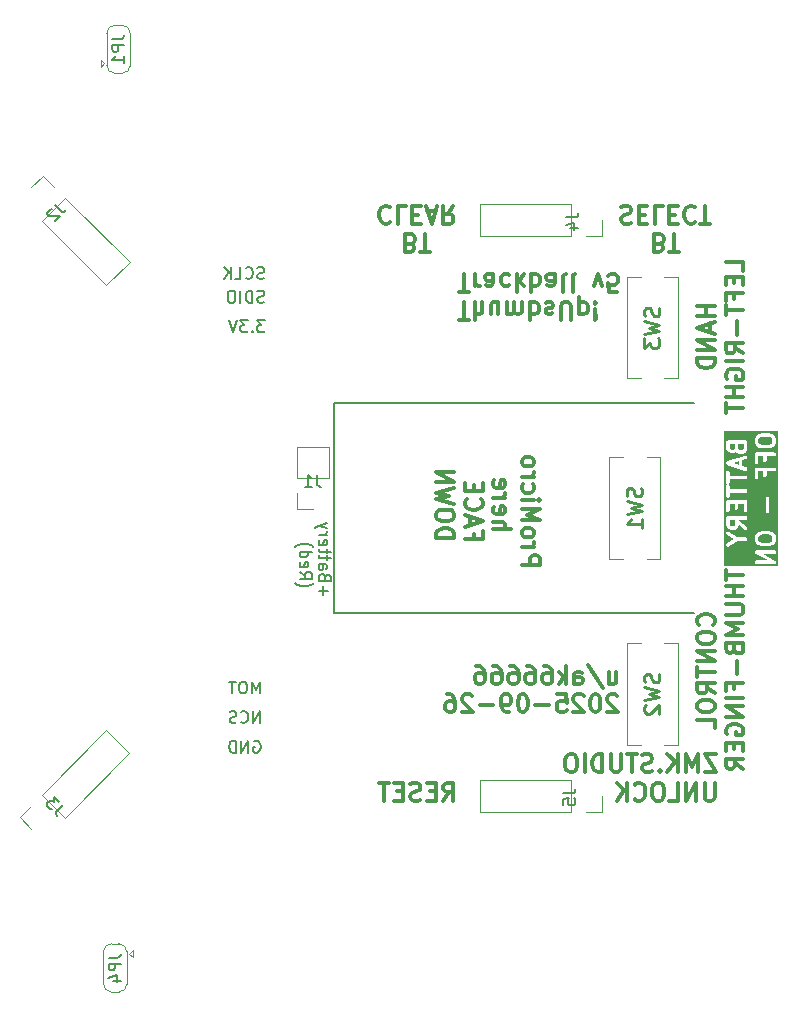
<source format=gbr>
G04 #@! TF.GenerationSoftware,KiCad,Pcbnew,9.0.2*
G04 #@! TF.CreationDate,2025-10-10T20:31:06-04:00*
G04 #@! TF.ProjectId,Trackball,54726163-6b62-4616-9c6c-2e6b69636164,rev?*
G04 #@! TF.SameCoordinates,Original*
G04 #@! TF.FileFunction,Legend,Bot*
G04 #@! TF.FilePolarity,Positive*
%FSLAX46Y46*%
G04 Gerber Fmt 4.6, Leading zero omitted, Abs format (unit mm)*
G04 Created by KiCad (PCBNEW 9.0.2) date 2025-10-10 20:31:06*
%MOMM*%
%LPD*%
G01*
G04 APERTURE LIST*
%ADD10C,0.300000*%
%ADD11C,0.150000*%
%ADD12C,0.254000*%
%ADD13C,0.120000*%
%ADD14C,0.100000*%
G04 APERTURE END LIST*
D10*
X150343919Y-86457142D02*
X151843919Y-86457142D01*
X151843919Y-86457142D02*
X151843919Y-85885713D01*
X151843919Y-85885713D02*
X151772490Y-85742856D01*
X151772490Y-85742856D02*
X151701062Y-85671427D01*
X151701062Y-85671427D02*
X151558205Y-85599999D01*
X151558205Y-85599999D02*
X151343919Y-85599999D01*
X151343919Y-85599999D02*
X151201062Y-85671427D01*
X151201062Y-85671427D02*
X151129633Y-85742856D01*
X151129633Y-85742856D02*
X151058205Y-85885713D01*
X151058205Y-85885713D02*
X151058205Y-86457142D01*
X150343919Y-84957142D02*
X151343919Y-84957142D01*
X151058205Y-84957142D02*
X151201062Y-84885713D01*
X151201062Y-84885713D02*
X151272490Y-84814285D01*
X151272490Y-84814285D02*
X151343919Y-84671427D01*
X151343919Y-84671427D02*
X151343919Y-84528570D01*
X150343919Y-83814285D02*
X150415348Y-83957142D01*
X150415348Y-83957142D02*
X150486776Y-84028571D01*
X150486776Y-84028571D02*
X150629633Y-84099999D01*
X150629633Y-84099999D02*
X151058205Y-84099999D01*
X151058205Y-84099999D02*
X151201062Y-84028571D01*
X151201062Y-84028571D02*
X151272490Y-83957142D01*
X151272490Y-83957142D02*
X151343919Y-83814285D01*
X151343919Y-83814285D02*
X151343919Y-83599999D01*
X151343919Y-83599999D02*
X151272490Y-83457142D01*
X151272490Y-83457142D02*
X151201062Y-83385714D01*
X151201062Y-83385714D02*
X151058205Y-83314285D01*
X151058205Y-83314285D02*
X150629633Y-83314285D01*
X150629633Y-83314285D02*
X150486776Y-83385714D01*
X150486776Y-83385714D02*
X150415348Y-83457142D01*
X150415348Y-83457142D02*
X150343919Y-83599999D01*
X150343919Y-83599999D02*
X150343919Y-83814285D01*
X150343919Y-82671428D02*
X151843919Y-82671428D01*
X151843919Y-82671428D02*
X150772490Y-82171428D01*
X150772490Y-82171428D02*
X151843919Y-81671428D01*
X151843919Y-81671428D02*
X150343919Y-81671428D01*
X150343919Y-80957142D02*
X151343919Y-80957142D01*
X151843919Y-80957142D02*
X151772490Y-81028570D01*
X151772490Y-81028570D02*
X151701062Y-80957142D01*
X151701062Y-80957142D02*
X151772490Y-80885713D01*
X151772490Y-80885713D02*
X151843919Y-80957142D01*
X151843919Y-80957142D02*
X151701062Y-80957142D01*
X150415348Y-79599999D02*
X150343919Y-79742856D01*
X150343919Y-79742856D02*
X150343919Y-80028570D01*
X150343919Y-80028570D02*
X150415348Y-80171427D01*
X150415348Y-80171427D02*
X150486776Y-80242856D01*
X150486776Y-80242856D02*
X150629633Y-80314284D01*
X150629633Y-80314284D02*
X151058205Y-80314284D01*
X151058205Y-80314284D02*
X151201062Y-80242856D01*
X151201062Y-80242856D02*
X151272490Y-80171427D01*
X151272490Y-80171427D02*
X151343919Y-80028570D01*
X151343919Y-80028570D02*
X151343919Y-79742856D01*
X151343919Y-79742856D02*
X151272490Y-79599999D01*
X150343919Y-78957142D02*
X151343919Y-78957142D01*
X151058205Y-78957142D02*
X151201062Y-78885713D01*
X151201062Y-78885713D02*
X151272490Y-78814285D01*
X151272490Y-78814285D02*
X151343919Y-78671427D01*
X151343919Y-78671427D02*
X151343919Y-78528570D01*
X150343919Y-77814285D02*
X150415348Y-77957142D01*
X150415348Y-77957142D02*
X150486776Y-78028571D01*
X150486776Y-78028571D02*
X150629633Y-78099999D01*
X150629633Y-78099999D02*
X151058205Y-78099999D01*
X151058205Y-78099999D02*
X151201062Y-78028571D01*
X151201062Y-78028571D02*
X151272490Y-77957142D01*
X151272490Y-77957142D02*
X151343919Y-77814285D01*
X151343919Y-77814285D02*
X151343919Y-77599999D01*
X151343919Y-77599999D02*
X151272490Y-77457142D01*
X151272490Y-77457142D02*
X151201062Y-77385714D01*
X151201062Y-77385714D02*
X151058205Y-77314285D01*
X151058205Y-77314285D02*
X150629633Y-77314285D01*
X150629633Y-77314285D02*
X150486776Y-77385714D01*
X150486776Y-77385714D02*
X150415348Y-77457142D01*
X150415348Y-77457142D02*
X150343919Y-77599999D01*
X150343919Y-77599999D02*
X150343919Y-77814285D01*
X147929003Y-83421428D02*
X149429003Y-83421428D01*
X147929003Y-82778571D02*
X148714717Y-82778571D01*
X148714717Y-82778571D02*
X148857574Y-82849999D01*
X148857574Y-82849999D02*
X148929003Y-82992856D01*
X148929003Y-82992856D02*
X148929003Y-83207142D01*
X148929003Y-83207142D02*
X148857574Y-83349999D01*
X148857574Y-83349999D02*
X148786146Y-83421428D01*
X148000432Y-81492856D02*
X147929003Y-81635713D01*
X147929003Y-81635713D02*
X147929003Y-81921428D01*
X147929003Y-81921428D02*
X148000432Y-82064285D01*
X148000432Y-82064285D02*
X148143289Y-82135713D01*
X148143289Y-82135713D02*
X148714717Y-82135713D01*
X148714717Y-82135713D02*
X148857574Y-82064285D01*
X148857574Y-82064285D02*
X148929003Y-81921428D01*
X148929003Y-81921428D02*
X148929003Y-81635713D01*
X148929003Y-81635713D02*
X148857574Y-81492856D01*
X148857574Y-81492856D02*
X148714717Y-81421428D01*
X148714717Y-81421428D02*
X148571860Y-81421428D01*
X148571860Y-81421428D02*
X148429003Y-82135713D01*
X147929003Y-80778571D02*
X148929003Y-80778571D01*
X148643289Y-80778571D02*
X148786146Y-80707142D01*
X148786146Y-80707142D02*
X148857574Y-80635714D01*
X148857574Y-80635714D02*
X148929003Y-80492856D01*
X148929003Y-80492856D02*
X148929003Y-80349999D01*
X148000432Y-79278571D02*
X147929003Y-79421428D01*
X147929003Y-79421428D02*
X147929003Y-79707143D01*
X147929003Y-79707143D02*
X148000432Y-79850000D01*
X148000432Y-79850000D02*
X148143289Y-79921428D01*
X148143289Y-79921428D02*
X148714717Y-79921428D01*
X148714717Y-79921428D02*
X148857574Y-79850000D01*
X148857574Y-79850000D02*
X148929003Y-79707143D01*
X148929003Y-79707143D02*
X148929003Y-79421428D01*
X148929003Y-79421428D02*
X148857574Y-79278571D01*
X148857574Y-79278571D02*
X148714717Y-79207143D01*
X148714717Y-79207143D02*
X148571860Y-79207143D01*
X148571860Y-79207143D02*
X148429003Y-79921428D01*
X146299801Y-83778571D02*
X146299801Y-84278571D01*
X145514087Y-84278571D02*
X147014087Y-84278571D01*
X147014087Y-84278571D02*
X147014087Y-83564285D01*
X145942658Y-83064285D02*
X145942658Y-82350000D01*
X145514087Y-83207142D02*
X147014087Y-82707142D01*
X147014087Y-82707142D02*
X145514087Y-82207142D01*
X145656944Y-80850000D02*
X145585516Y-80921428D01*
X145585516Y-80921428D02*
X145514087Y-81135714D01*
X145514087Y-81135714D02*
X145514087Y-81278571D01*
X145514087Y-81278571D02*
X145585516Y-81492857D01*
X145585516Y-81492857D02*
X145728373Y-81635714D01*
X145728373Y-81635714D02*
X145871230Y-81707143D01*
X145871230Y-81707143D02*
X146156944Y-81778571D01*
X146156944Y-81778571D02*
X146371230Y-81778571D01*
X146371230Y-81778571D02*
X146656944Y-81707143D01*
X146656944Y-81707143D02*
X146799801Y-81635714D01*
X146799801Y-81635714D02*
X146942658Y-81492857D01*
X146942658Y-81492857D02*
X147014087Y-81278571D01*
X147014087Y-81278571D02*
X147014087Y-81135714D01*
X147014087Y-81135714D02*
X146942658Y-80921428D01*
X146942658Y-80921428D02*
X146871230Y-80850000D01*
X146299801Y-80207143D02*
X146299801Y-79707143D01*
X145514087Y-79492857D02*
X145514087Y-80207143D01*
X145514087Y-80207143D02*
X147014087Y-80207143D01*
X147014087Y-80207143D02*
X147014087Y-79492857D01*
X143099171Y-84171429D02*
X144599171Y-84171429D01*
X144599171Y-84171429D02*
X144599171Y-83814286D01*
X144599171Y-83814286D02*
X144527742Y-83600000D01*
X144527742Y-83600000D02*
X144384885Y-83457143D01*
X144384885Y-83457143D02*
X144242028Y-83385714D01*
X144242028Y-83385714D02*
X143956314Y-83314286D01*
X143956314Y-83314286D02*
X143742028Y-83314286D01*
X143742028Y-83314286D02*
X143456314Y-83385714D01*
X143456314Y-83385714D02*
X143313457Y-83457143D01*
X143313457Y-83457143D02*
X143170600Y-83600000D01*
X143170600Y-83600000D02*
X143099171Y-83814286D01*
X143099171Y-83814286D02*
X143099171Y-84171429D01*
X144599171Y-82385714D02*
X144599171Y-82100000D01*
X144599171Y-82100000D02*
X144527742Y-81957143D01*
X144527742Y-81957143D02*
X144384885Y-81814286D01*
X144384885Y-81814286D02*
X144099171Y-81742857D01*
X144099171Y-81742857D02*
X143599171Y-81742857D01*
X143599171Y-81742857D02*
X143313457Y-81814286D01*
X143313457Y-81814286D02*
X143170600Y-81957143D01*
X143170600Y-81957143D02*
X143099171Y-82100000D01*
X143099171Y-82100000D02*
X143099171Y-82385714D01*
X143099171Y-82385714D02*
X143170600Y-82528572D01*
X143170600Y-82528572D02*
X143313457Y-82671429D01*
X143313457Y-82671429D02*
X143599171Y-82742857D01*
X143599171Y-82742857D02*
X144099171Y-82742857D01*
X144099171Y-82742857D02*
X144384885Y-82671429D01*
X144384885Y-82671429D02*
X144527742Y-82528572D01*
X144527742Y-82528572D02*
X144599171Y-82385714D01*
X144599171Y-81242857D02*
X143099171Y-80885714D01*
X143099171Y-80885714D02*
X144170600Y-80600000D01*
X144170600Y-80600000D02*
X143099171Y-80314285D01*
X143099171Y-80314285D02*
X144599171Y-79957143D01*
X143099171Y-79385714D02*
X144599171Y-79385714D01*
X144599171Y-79385714D02*
X143099171Y-78528571D01*
X143099171Y-78528571D02*
X144599171Y-78528571D01*
X166685912Y-64492856D02*
X165185912Y-64492856D01*
X165900198Y-64492856D02*
X165900198Y-65349999D01*
X166685912Y-65349999D02*
X165185912Y-65349999D01*
X166257341Y-65992857D02*
X166257341Y-66707143D01*
X166685912Y-65850000D02*
X165185912Y-66350000D01*
X165185912Y-66350000D02*
X166685912Y-66850000D01*
X166685912Y-67349999D02*
X165185912Y-67349999D01*
X165185912Y-67349999D02*
X166685912Y-68207142D01*
X166685912Y-68207142D02*
X165185912Y-68207142D01*
X166685912Y-68921428D02*
X165185912Y-68921428D01*
X165185912Y-68921428D02*
X165185912Y-69278571D01*
X165185912Y-69278571D02*
X165257341Y-69492857D01*
X165257341Y-69492857D02*
X165400198Y-69635714D01*
X165400198Y-69635714D02*
X165543055Y-69707143D01*
X165543055Y-69707143D02*
X165828769Y-69778571D01*
X165828769Y-69778571D02*
X166043055Y-69778571D01*
X166043055Y-69778571D02*
X166328769Y-69707143D01*
X166328769Y-69707143D02*
X166471626Y-69635714D01*
X166471626Y-69635714D02*
X166614484Y-69492857D01*
X166614484Y-69492857D02*
X166685912Y-69278571D01*
X166685912Y-69278571D02*
X166685912Y-68921428D01*
X169100828Y-61528571D02*
X169100828Y-60814285D01*
X169100828Y-60814285D02*
X167600828Y-60814285D01*
X168315114Y-62028571D02*
X168315114Y-62528571D01*
X169100828Y-62742857D02*
X169100828Y-62028571D01*
X169100828Y-62028571D02*
X167600828Y-62028571D01*
X167600828Y-62028571D02*
X167600828Y-62742857D01*
X168315114Y-63885714D02*
X168315114Y-63385714D01*
X169100828Y-63385714D02*
X167600828Y-63385714D01*
X167600828Y-63385714D02*
X167600828Y-64100000D01*
X167600828Y-64457143D02*
X167600828Y-65314286D01*
X169100828Y-64885714D02*
X167600828Y-64885714D01*
X168529400Y-65814285D02*
X168529400Y-66957143D01*
X169100828Y-68528571D02*
X168386542Y-68028571D01*
X169100828Y-67671428D02*
X167600828Y-67671428D01*
X167600828Y-67671428D02*
X167600828Y-68242857D01*
X167600828Y-68242857D02*
X167672257Y-68385714D01*
X167672257Y-68385714D02*
X167743685Y-68457143D01*
X167743685Y-68457143D02*
X167886542Y-68528571D01*
X167886542Y-68528571D02*
X168100828Y-68528571D01*
X168100828Y-68528571D02*
X168243685Y-68457143D01*
X168243685Y-68457143D02*
X168315114Y-68385714D01*
X168315114Y-68385714D02*
X168386542Y-68242857D01*
X168386542Y-68242857D02*
X168386542Y-67671428D01*
X169100828Y-69171428D02*
X167600828Y-69171428D01*
X167672257Y-70671429D02*
X167600828Y-70528572D01*
X167600828Y-70528572D02*
X167600828Y-70314286D01*
X167600828Y-70314286D02*
X167672257Y-70100000D01*
X167672257Y-70100000D02*
X167815114Y-69957143D01*
X167815114Y-69957143D02*
X167957971Y-69885714D01*
X167957971Y-69885714D02*
X168243685Y-69814286D01*
X168243685Y-69814286D02*
X168457971Y-69814286D01*
X168457971Y-69814286D02*
X168743685Y-69885714D01*
X168743685Y-69885714D02*
X168886542Y-69957143D01*
X168886542Y-69957143D02*
X169029400Y-70100000D01*
X169029400Y-70100000D02*
X169100828Y-70314286D01*
X169100828Y-70314286D02*
X169100828Y-70457143D01*
X169100828Y-70457143D02*
X169029400Y-70671429D01*
X169029400Y-70671429D02*
X168957971Y-70742857D01*
X168957971Y-70742857D02*
X168457971Y-70742857D01*
X168457971Y-70742857D02*
X168457971Y-70457143D01*
X169100828Y-71385714D02*
X167600828Y-71385714D01*
X168315114Y-71385714D02*
X168315114Y-72242857D01*
X169100828Y-72242857D02*
X167600828Y-72242857D01*
X167600828Y-72742858D02*
X167600828Y-73600001D01*
X169100828Y-73171429D02*
X167600828Y-73171429D01*
D11*
X133521077Y-89013220D02*
X133521077Y-88251316D01*
X133140124Y-88632268D02*
X133902029Y-88632268D01*
X133663934Y-87441792D02*
X133616315Y-87298935D01*
X133616315Y-87298935D02*
X133568696Y-87251316D01*
X133568696Y-87251316D02*
X133473458Y-87203697D01*
X133473458Y-87203697D02*
X133330601Y-87203697D01*
X133330601Y-87203697D02*
X133235363Y-87251316D01*
X133235363Y-87251316D02*
X133187744Y-87298935D01*
X133187744Y-87298935D02*
X133140124Y-87394173D01*
X133140124Y-87394173D02*
X133140124Y-87775125D01*
X133140124Y-87775125D02*
X134140124Y-87775125D01*
X134140124Y-87775125D02*
X134140124Y-87441792D01*
X134140124Y-87441792D02*
X134092505Y-87346554D01*
X134092505Y-87346554D02*
X134044886Y-87298935D01*
X134044886Y-87298935D02*
X133949648Y-87251316D01*
X133949648Y-87251316D02*
X133854410Y-87251316D01*
X133854410Y-87251316D02*
X133759172Y-87298935D01*
X133759172Y-87298935D02*
X133711553Y-87346554D01*
X133711553Y-87346554D02*
X133663934Y-87441792D01*
X133663934Y-87441792D02*
X133663934Y-87775125D01*
X133140124Y-86346554D02*
X133663934Y-86346554D01*
X133663934Y-86346554D02*
X133759172Y-86394173D01*
X133759172Y-86394173D02*
X133806791Y-86489411D01*
X133806791Y-86489411D02*
X133806791Y-86679887D01*
X133806791Y-86679887D02*
X133759172Y-86775125D01*
X133187744Y-86346554D02*
X133140124Y-86441792D01*
X133140124Y-86441792D02*
X133140124Y-86679887D01*
X133140124Y-86679887D02*
X133187744Y-86775125D01*
X133187744Y-86775125D02*
X133282982Y-86822744D01*
X133282982Y-86822744D02*
X133378220Y-86822744D01*
X133378220Y-86822744D02*
X133473458Y-86775125D01*
X133473458Y-86775125D02*
X133521077Y-86679887D01*
X133521077Y-86679887D02*
X133521077Y-86441792D01*
X133521077Y-86441792D02*
X133568696Y-86346554D01*
X133806791Y-86013220D02*
X133806791Y-85632268D01*
X134140124Y-85870363D02*
X133282982Y-85870363D01*
X133282982Y-85870363D02*
X133187744Y-85822744D01*
X133187744Y-85822744D02*
X133140124Y-85727506D01*
X133140124Y-85727506D02*
X133140124Y-85632268D01*
X133806791Y-85441791D02*
X133806791Y-85060839D01*
X134140124Y-85298934D02*
X133282982Y-85298934D01*
X133282982Y-85298934D02*
X133187744Y-85251315D01*
X133187744Y-85251315D02*
X133140124Y-85156077D01*
X133140124Y-85156077D02*
X133140124Y-85060839D01*
X133187744Y-84346553D02*
X133140124Y-84441791D01*
X133140124Y-84441791D02*
X133140124Y-84632267D01*
X133140124Y-84632267D02*
X133187744Y-84727505D01*
X133187744Y-84727505D02*
X133282982Y-84775124D01*
X133282982Y-84775124D02*
X133663934Y-84775124D01*
X133663934Y-84775124D02*
X133759172Y-84727505D01*
X133759172Y-84727505D02*
X133806791Y-84632267D01*
X133806791Y-84632267D02*
X133806791Y-84441791D01*
X133806791Y-84441791D02*
X133759172Y-84346553D01*
X133759172Y-84346553D02*
X133663934Y-84298934D01*
X133663934Y-84298934D02*
X133568696Y-84298934D01*
X133568696Y-84298934D02*
X133473458Y-84775124D01*
X133140124Y-83870362D02*
X133806791Y-83870362D01*
X133616315Y-83870362D02*
X133711553Y-83822743D01*
X133711553Y-83822743D02*
X133759172Y-83775124D01*
X133759172Y-83775124D02*
X133806791Y-83679886D01*
X133806791Y-83679886D02*
X133806791Y-83584648D01*
X133806791Y-83346552D02*
X133140124Y-83108457D01*
X133806791Y-82870362D02*
X133140124Y-83108457D01*
X133140124Y-83108457D02*
X132902029Y-83203695D01*
X132902029Y-83203695D02*
X132854410Y-83251314D01*
X132854410Y-83251314D02*
X132806791Y-83346552D01*
X131149228Y-87965601D02*
X131196847Y-88013220D01*
X131196847Y-88013220D02*
X131339704Y-88108458D01*
X131339704Y-88108458D02*
X131434942Y-88156077D01*
X131434942Y-88156077D02*
X131577800Y-88203696D01*
X131577800Y-88203696D02*
X131815895Y-88251315D01*
X131815895Y-88251315D02*
X132006371Y-88251315D01*
X132006371Y-88251315D02*
X132244466Y-88203696D01*
X132244466Y-88203696D02*
X132387323Y-88156077D01*
X132387323Y-88156077D02*
X132482561Y-88108458D01*
X132482561Y-88108458D02*
X132625419Y-88013220D01*
X132625419Y-88013220D02*
X132673038Y-87965601D01*
X131530180Y-87013220D02*
X132006371Y-87346553D01*
X131530180Y-87584648D02*
X132530180Y-87584648D01*
X132530180Y-87584648D02*
X132530180Y-87203696D01*
X132530180Y-87203696D02*
X132482561Y-87108458D01*
X132482561Y-87108458D02*
X132434942Y-87060839D01*
X132434942Y-87060839D02*
X132339704Y-87013220D01*
X132339704Y-87013220D02*
X132196847Y-87013220D01*
X132196847Y-87013220D02*
X132101609Y-87060839D01*
X132101609Y-87060839D02*
X132053990Y-87108458D01*
X132053990Y-87108458D02*
X132006371Y-87203696D01*
X132006371Y-87203696D02*
X132006371Y-87584648D01*
X131577800Y-86203696D02*
X131530180Y-86298934D01*
X131530180Y-86298934D02*
X131530180Y-86489410D01*
X131530180Y-86489410D02*
X131577800Y-86584648D01*
X131577800Y-86584648D02*
X131673038Y-86632267D01*
X131673038Y-86632267D02*
X132053990Y-86632267D01*
X132053990Y-86632267D02*
X132149228Y-86584648D01*
X132149228Y-86584648D02*
X132196847Y-86489410D01*
X132196847Y-86489410D02*
X132196847Y-86298934D01*
X132196847Y-86298934D02*
X132149228Y-86203696D01*
X132149228Y-86203696D02*
X132053990Y-86156077D01*
X132053990Y-86156077D02*
X131958752Y-86156077D01*
X131958752Y-86156077D02*
X131863514Y-86632267D01*
X131530180Y-85298934D02*
X132530180Y-85298934D01*
X131577800Y-85298934D02*
X131530180Y-85394172D01*
X131530180Y-85394172D02*
X131530180Y-85584648D01*
X131530180Y-85584648D02*
X131577800Y-85679886D01*
X131577800Y-85679886D02*
X131625419Y-85727505D01*
X131625419Y-85727505D02*
X131720657Y-85775124D01*
X131720657Y-85775124D02*
X132006371Y-85775124D01*
X132006371Y-85775124D02*
X132101609Y-85727505D01*
X132101609Y-85727505D02*
X132149228Y-85679886D01*
X132149228Y-85679886D02*
X132196847Y-85584648D01*
X132196847Y-85584648D02*
X132196847Y-85394172D01*
X132196847Y-85394172D02*
X132149228Y-85298934D01*
X131149228Y-84917981D02*
X131196847Y-84870362D01*
X131196847Y-84870362D02*
X131339704Y-84775124D01*
X131339704Y-84775124D02*
X131434942Y-84727505D01*
X131434942Y-84727505D02*
X131577800Y-84679886D01*
X131577800Y-84679886D02*
X131815895Y-84632267D01*
X131815895Y-84632267D02*
X132006371Y-84632267D01*
X132006371Y-84632267D02*
X132244466Y-84679886D01*
X132244466Y-84679886D02*
X132387323Y-84727505D01*
X132387323Y-84727505D02*
X132482561Y-84775124D01*
X132482561Y-84775124D02*
X132625419Y-84870362D01*
X132625419Y-84870362D02*
X132673038Y-84917981D01*
D10*
X143681203Y-106389828D02*
X144181203Y-105675542D01*
X144538346Y-106389828D02*
X144538346Y-104889828D01*
X144538346Y-104889828D02*
X143966917Y-104889828D01*
X143966917Y-104889828D02*
X143824060Y-104961257D01*
X143824060Y-104961257D02*
X143752631Y-105032685D01*
X143752631Y-105032685D02*
X143681203Y-105175542D01*
X143681203Y-105175542D02*
X143681203Y-105389828D01*
X143681203Y-105389828D02*
X143752631Y-105532685D01*
X143752631Y-105532685D02*
X143824060Y-105604114D01*
X143824060Y-105604114D02*
X143966917Y-105675542D01*
X143966917Y-105675542D02*
X144538346Y-105675542D01*
X143038346Y-105604114D02*
X142538346Y-105604114D01*
X142324060Y-106389828D02*
X143038346Y-106389828D01*
X143038346Y-106389828D02*
X143038346Y-104889828D01*
X143038346Y-104889828D02*
X142324060Y-104889828D01*
X141752631Y-106318400D02*
X141538346Y-106389828D01*
X141538346Y-106389828D02*
X141181203Y-106389828D01*
X141181203Y-106389828D02*
X141038346Y-106318400D01*
X141038346Y-106318400D02*
X140966917Y-106246971D01*
X140966917Y-106246971D02*
X140895488Y-106104114D01*
X140895488Y-106104114D02*
X140895488Y-105961257D01*
X140895488Y-105961257D02*
X140966917Y-105818400D01*
X140966917Y-105818400D02*
X141038346Y-105746971D01*
X141038346Y-105746971D02*
X141181203Y-105675542D01*
X141181203Y-105675542D02*
X141466917Y-105604114D01*
X141466917Y-105604114D02*
X141609774Y-105532685D01*
X141609774Y-105532685D02*
X141681203Y-105461257D01*
X141681203Y-105461257D02*
X141752631Y-105318400D01*
X141752631Y-105318400D02*
X141752631Y-105175542D01*
X141752631Y-105175542D02*
X141681203Y-105032685D01*
X141681203Y-105032685D02*
X141609774Y-104961257D01*
X141609774Y-104961257D02*
X141466917Y-104889828D01*
X141466917Y-104889828D02*
X141109774Y-104889828D01*
X141109774Y-104889828D02*
X140895488Y-104961257D01*
X140252632Y-105604114D02*
X139752632Y-105604114D01*
X139538346Y-106389828D02*
X140252632Y-106389828D01*
X140252632Y-106389828D02*
X140252632Y-104889828D01*
X140252632Y-104889828D02*
X139538346Y-104889828D01*
X139109774Y-104889828D02*
X138252632Y-104889828D01*
X138681203Y-106389828D02*
X138681203Y-104889828D01*
D11*
X128510839Y-62172200D02*
X128367982Y-62219819D01*
X128367982Y-62219819D02*
X128129887Y-62219819D01*
X128129887Y-62219819D02*
X128034649Y-62172200D01*
X128034649Y-62172200D02*
X127987030Y-62124580D01*
X127987030Y-62124580D02*
X127939411Y-62029342D01*
X127939411Y-62029342D02*
X127939411Y-61934104D01*
X127939411Y-61934104D02*
X127987030Y-61838866D01*
X127987030Y-61838866D02*
X128034649Y-61791247D01*
X128034649Y-61791247D02*
X128129887Y-61743628D01*
X128129887Y-61743628D02*
X128320363Y-61696009D01*
X128320363Y-61696009D02*
X128415601Y-61648390D01*
X128415601Y-61648390D02*
X128463220Y-61600771D01*
X128463220Y-61600771D02*
X128510839Y-61505533D01*
X128510839Y-61505533D02*
X128510839Y-61410295D01*
X128510839Y-61410295D02*
X128463220Y-61315057D01*
X128463220Y-61315057D02*
X128415601Y-61267438D01*
X128415601Y-61267438D02*
X128320363Y-61219819D01*
X128320363Y-61219819D02*
X128082268Y-61219819D01*
X128082268Y-61219819D02*
X127939411Y-61267438D01*
X126939411Y-62124580D02*
X126987030Y-62172200D01*
X126987030Y-62172200D02*
X127129887Y-62219819D01*
X127129887Y-62219819D02*
X127225125Y-62219819D01*
X127225125Y-62219819D02*
X127367982Y-62172200D01*
X127367982Y-62172200D02*
X127463220Y-62076961D01*
X127463220Y-62076961D02*
X127510839Y-61981723D01*
X127510839Y-61981723D02*
X127558458Y-61791247D01*
X127558458Y-61791247D02*
X127558458Y-61648390D01*
X127558458Y-61648390D02*
X127510839Y-61457914D01*
X127510839Y-61457914D02*
X127463220Y-61362676D01*
X127463220Y-61362676D02*
X127367982Y-61267438D01*
X127367982Y-61267438D02*
X127225125Y-61219819D01*
X127225125Y-61219819D02*
X127129887Y-61219819D01*
X127129887Y-61219819D02*
X126987030Y-61267438D01*
X126987030Y-61267438D02*
X126939411Y-61315057D01*
X126034649Y-62219819D02*
X126510839Y-62219819D01*
X126510839Y-62219819D02*
X126510839Y-61219819D01*
X125701315Y-62219819D02*
X125701315Y-61219819D01*
X125129887Y-62219819D02*
X125558458Y-61648390D01*
X125129887Y-61219819D02*
X125701315Y-61791247D01*
D10*
X166543055Y-91528570D02*
X166614484Y-91457142D01*
X166614484Y-91457142D02*
X166685912Y-91242856D01*
X166685912Y-91242856D02*
X166685912Y-91099999D01*
X166685912Y-91099999D02*
X166614484Y-90885713D01*
X166614484Y-90885713D02*
X166471626Y-90742856D01*
X166471626Y-90742856D02*
X166328769Y-90671427D01*
X166328769Y-90671427D02*
X166043055Y-90599999D01*
X166043055Y-90599999D02*
X165828769Y-90599999D01*
X165828769Y-90599999D02*
X165543055Y-90671427D01*
X165543055Y-90671427D02*
X165400198Y-90742856D01*
X165400198Y-90742856D02*
X165257341Y-90885713D01*
X165257341Y-90885713D02*
X165185912Y-91099999D01*
X165185912Y-91099999D02*
X165185912Y-91242856D01*
X165185912Y-91242856D02*
X165257341Y-91457142D01*
X165257341Y-91457142D02*
X165328769Y-91528570D01*
X165185912Y-92457142D02*
X165185912Y-92742856D01*
X165185912Y-92742856D02*
X165257341Y-92885713D01*
X165257341Y-92885713D02*
X165400198Y-93028570D01*
X165400198Y-93028570D02*
X165685912Y-93099999D01*
X165685912Y-93099999D02*
X166185912Y-93099999D01*
X166185912Y-93099999D02*
X166471626Y-93028570D01*
X166471626Y-93028570D02*
X166614484Y-92885713D01*
X166614484Y-92885713D02*
X166685912Y-92742856D01*
X166685912Y-92742856D02*
X166685912Y-92457142D01*
X166685912Y-92457142D02*
X166614484Y-92314285D01*
X166614484Y-92314285D02*
X166471626Y-92171427D01*
X166471626Y-92171427D02*
X166185912Y-92099999D01*
X166185912Y-92099999D02*
X165685912Y-92099999D01*
X165685912Y-92099999D02*
X165400198Y-92171427D01*
X165400198Y-92171427D02*
X165257341Y-92314285D01*
X165257341Y-92314285D02*
X165185912Y-92457142D01*
X166685912Y-93742856D02*
X165185912Y-93742856D01*
X165185912Y-93742856D02*
X166685912Y-94599999D01*
X166685912Y-94599999D02*
X165185912Y-94599999D01*
X165185912Y-95100000D02*
X165185912Y-95957143D01*
X166685912Y-95528571D02*
X165185912Y-95528571D01*
X166685912Y-97314285D02*
X165971626Y-96814285D01*
X166685912Y-96457142D02*
X165185912Y-96457142D01*
X165185912Y-96457142D02*
X165185912Y-97028571D01*
X165185912Y-97028571D02*
X165257341Y-97171428D01*
X165257341Y-97171428D02*
X165328769Y-97242857D01*
X165328769Y-97242857D02*
X165471626Y-97314285D01*
X165471626Y-97314285D02*
X165685912Y-97314285D01*
X165685912Y-97314285D02*
X165828769Y-97242857D01*
X165828769Y-97242857D02*
X165900198Y-97171428D01*
X165900198Y-97171428D02*
X165971626Y-97028571D01*
X165971626Y-97028571D02*
X165971626Y-96457142D01*
X165185912Y-98242857D02*
X165185912Y-98528571D01*
X165185912Y-98528571D02*
X165257341Y-98671428D01*
X165257341Y-98671428D02*
X165400198Y-98814285D01*
X165400198Y-98814285D02*
X165685912Y-98885714D01*
X165685912Y-98885714D02*
X166185912Y-98885714D01*
X166185912Y-98885714D02*
X166471626Y-98814285D01*
X166471626Y-98814285D02*
X166614484Y-98671428D01*
X166614484Y-98671428D02*
X166685912Y-98528571D01*
X166685912Y-98528571D02*
X166685912Y-98242857D01*
X166685912Y-98242857D02*
X166614484Y-98100000D01*
X166614484Y-98100000D02*
X166471626Y-97957142D01*
X166471626Y-97957142D02*
X166185912Y-97885714D01*
X166185912Y-97885714D02*
X165685912Y-97885714D01*
X165685912Y-97885714D02*
X165400198Y-97957142D01*
X165400198Y-97957142D02*
X165257341Y-98100000D01*
X165257341Y-98100000D02*
X165185912Y-98242857D01*
X166685912Y-100242857D02*
X166685912Y-99528571D01*
X166685912Y-99528571D02*
X165185912Y-99528571D01*
X167600828Y-86849999D02*
X167600828Y-87707142D01*
X169100828Y-87278570D02*
X167600828Y-87278570D01*
X169100828Y-88207141D02*
X167600828Y-88207141D01*
X168315114Y-88207141D02*
X168315114Y-89064284D01*
X169100828Y-89064284D02*
X167600828Y-89064284D01*
X167600828Y-89778570D02*
X168815114Y-89778570D01*
X168815114Y-89778570D02*
X168957971Y-89849999D01*
X168957971Y-89849999D02*
X169029400Y-89921428D01*
X169029400Y-89921428D02*
X169100828Y-90064285D01*
X169100828Y-90064285D02*
X169100828Y-90349999D01*
X169100828Y-90349999D02*
X169029400Y-90492856D01*
X169029400Y-90492856D02*
X168957971Y-90564285D01*
X168957971Y-90564285D02*
X168815114Y-90635713D01*
X168815114Y-90635713D02*
X167600828Y-90635713D01*
X169100828Y-91349999D02*
X167600828Y-91349999D01*
X167600828Y-91349999D02*
X168672257Y-91849999D01*
X168672257Y-91849999D02*
X167600828Y-92349999D01*
X167600828Y-92349999D02*
X169100828Y-92349999D01*
X168315114Y-93564285D02*
X168386542Y-93778571D01*
X168386542Y-93778571D02*
X168457971Y-93850000D01*
X168457971Y-93850000D02*
X168600828Y-93921428D01*
X168600828Y-93921428D02*
X168815114Y-93921428D01*
X168815114Y-93921428D02*
X168957971Y-93850000D01*
X168957971Y-93850000D02*
X169029400Y-93778571D01*
X169029400Y-93778571D02*
X169100828Y-93635714D01*
X169100828Y-93635714D02*
X169100828Y-93064285D01*
X169100828Y-93064285D02*
X167600828Y-93064285D01*
X167600828Y-93064285D02*
X167600828Y-93564285D01*
X167600828Y-93564285D02*
X167672257Y-93707143D01*
X167672257Y-93707143D02*
X167743685Y-93778571D01*
X167743685Y-93778571D02*
X167886542Y-93850000D01*
X167886542Y-93850000D02*
X168029400Y-93850000D01*
X168029400Y-93850000D02*
X168172257Y-93778571D01*
X168172257Y-93778571D02*
X168243685Y-93707143D01*
X168243685Y-93707143D02*
X168315114Y-93564285D01*
X168315114Y-93564285D02*
X168315114Y-93064285D01*
X168529400Y-94564285D02*
X168529400Y-95707143D01*
X168315114Y-96921428D02*
X168315114Y-96421428D01*
X169100828Y-96421428D02*
X167600828Y-96421428D01*
X167600828Y-96421428D02*
X167600828Y-97135714D01*
X169100828Y-97707142D02*
X167600828Y-97707142D01*
X169100828Y-98421428D02*
X167600828Y-98421428D01*
X167600828Y-98421428D02*
X169100828Y-99278571D01*
X169100828Y-99278571D02*
X167600828Y-99278571D01*
X167672257Y-100778572D02*
X167600828Y-100635715D01*
X167600828Y-100635715D02*
X167600828Y-100421429D01*
X167600828Y-100421429D02*
X167672257Y-100207143D01*
X167672257Y-100207143D02*
X167815114Y-100064286D01*
X167815114Y-100064286D02*
X167957971Y-99992857D01*
X167957971Y-99992857D02*
X168243685Y-99921429D01*
X168243685Y-99921429D02*
X168457971Y-99921429D01*
X168457971Y-99921429D02*
X168743685Y-99992857D01*
X168743685Y-99992857D02*
X168886542Y-100064286D01*
X168886542Y-100064286D02*
X169029400Y-100207143D01*
X169029400Y-100207143D02*
X169100828Y-100421429D01*
X169100828Y-100421429D02*
X169100828Y-100564286D01*
X169100828Y-100564286D02*
X169029400Y-100778572D01*
X169029400Y-100778572D02*
X168957971Y-100850000D01*
X168957971Y-100850000D02*
X168457971Y-100850000D01*
X168457971Y-100850000D02*
X168457971Y-100564286D01*
X168315114Y-101492857D02*
X168315114Y-101992857D01*
X169100828Y-102207143D02*
X169100828Y-101492857D01*
X169100828Y-101492857D02*
X167600828Y-101492857D01*
X167600828Y-101492857D02*
X167600828Y-102207143D01*
X169100828Y-103707143D02*
X168386542Y-103207143D01*
X169100828Y-102850000D02*
X167600828Y-102850000D01*
X167600828Y-102850000D02*
X167600828Y-103421429D01*
X167600828Y-103421429D02*
X167672257Y-103564286D01*
X167672257Y-103564286D02*
X167743685Y-103635715D01*
X167743685Y-103635715D02*
X167886542Y-103707143D01*
X167886542Y-103707143D02*
X168100828Y-103707143D01*
X168100828Y-103707143D02*
X168243685Y-103635715D01*
X168243685Y-103635715D02*
X168315114Y-103564286D01*
X168315114Y-103564286D02*
X168386542Y-103421429D01*
X168386542Y-103421429D02*
X168386542Y-102850000D01*
D11*
X127639411Y-101367438D02*
X127734649Y-101319819D01*
X127734649Y-101319819D02*
X127877506Y-101319819D01*
X127877506Y-101319819D02*
X128020363Y-101367438D01*
X128020363Y-101367438D02*
X128115601Y-101462676D01*
X128115601Y-101462676D02*
X128163220Y-101557914D01*
X128163220Y-101557914D02*
X128210839Y-101748390D01*
X128210839Y-101748390D02*
X128210839Y-101891247D01*
X128210839Y-101891247D02*
X128163220Y-102081723D01*
X128163220Y-102081723D02*
X128115601Y-102176961D01*
X128115601Y-102176961D02*
X128020363Y-102272200D01*
X128020363Y-102272200D02*
X127877506Y-102319819D01*
X127877506Y-102319819D02*
X127782268Y-102319819D01*
X127782268Y-102319819D02*
X127639411Y-102272200D01*
X127639411Y-102272200D02*
X127591792Y-102224580D01*
X127591792Y-102224580D02*
X127591792Y-101891247D01*
X127591792Y-101891247D02*
X127782268Y-101891247D01*
X127163220Y-102319819D02*
X127163220Y-101319819D01*
X127163220Y-101319819D02*
X126591792Y-102319819D01*
X126591792Y-102319819D02*
X126591792Y-101319819D01*
X126115601Y-102319819D02*
X126115601Y-101319819D01*
X126115601Y-101319819D02*
X125877506Y-101319819D01*
X125877506Y-101319819D02*
X125734649Y-101367438D01*
X125734649Y-101367438D02*
X125639411Y-101462676D01*
X125639411Y-101462676D02*
X125591792Y-101557914D01*
X125591792Y-101557914D02*
X125544173Y-101748390D01*
X125544173Y-101748390D02*
X125544173Y-101891247D01*
X125544173Y-101891247D02*
X125591792Y-102081723D01*
X125591792Y-102081723D02*
X125639411Y-102176961D01*
X125639411Y-102176961D02*
X125734649Y-102272200D01*
X125734649Y-102272200D02*
X125877506Y-102319819D01*
X125877506Y-102319819D02*
X126115601Y-102319819D01*
D10*
X166802633Y-102474912D02*
X165802633Y-102474912D01*
X165802633Y-102474912D02*
X166802633Y-103974912D01*
X166802633Y-103974912D02*
X165802633Y-103974912D01*
X165231205Y-103974912D02*
X165231205Y-102474912D01*
X165231205Y-102474912D02*
X164731205Y-103546341D01*
X164731205Y-103546341D02*
X164231205Y-102474912D01*
X164231205Y-102474912D02*
X164231205Y-103974912D01*
X163516919Y-103974912D02*
X163516919Y-102474912D01*
X162659776Y-103974912D02*
X163302633Y-103117769D01*
X162659776Y-102474912D02*
X163516919Y-103332055D01*
X162016919Y-103832055D02*
X161945490Y-103903484D01*
X161945490Y-103903484D02*
X162016919Y-103974912D01*
X162016919Y-103974912D02*
X162088347Y-103903484D01*
X162088347Y-103903484D02*
X162016919Y-103832055D01*
X162016919Y-103832055D02*
X162016919Y-103974912D01*
X161374061Y-103903484D02*
X161159776Y-103974912D01*
X161159776Y-103974912D02*
X160802633Y-103974912D01*
X160802633Y-103974912D02*
X160659776Y-103903484D01*
X160659776Y-103903484D02*
X160588347Y-103832055D01*
X160588347Y-103832055D02*
X160516918Y-103689198D01*
X160516918Y-103689198D02*
X160516918Y-103546341D01*
X160516918Y-103546341D02*
X160588347Y-103403484D01*
X160588347Y-103403484D02*
X160659776Y-103332055D01*
X160659776Y-103332055D02*
X160802633Y-103260626D01*
X160802633Y-103260626D02*
X161088347Y-103189198D01*
X161088347Y-103189198D02*
X161231204Y-103117769D01*
X161231204Y-103117769D02*
X161302633Y-103046341D01*
X161302633Y-103046341D02*
X161374061Y-102903484D01*
X161374061Y-102903484D02*
X161374061Y-102760626D01*
X161374061Y-102760626D02*
X161302633Y-102617769D01*
X161302633Y-102617769D02*
X161231204Y-102546341D01*
X161231204Y-102546341D02*
X161088347Y-102474912D01*
X161088347Y-102474912D02*
X160731204Y-102474912D01*
X160731204Y-102474912D02*
X160516918Y-102546341D01*
X160088347Y-102474912D02*
X159231205Y-102474912D01*
X159659776Y-103974912D02*
X159659776Y-102474912D01*
X158731205Y-102474912D02*
X158731205Y-103689198D01*
X158731205Y-103689198D02*
X158659776Y-103832055D01*
X158659776Y-103832055D02*
X158588348Y-103903484D01*
X158588348Y-103903484D02*
X158445490Y-103974912D01*
X158445490Y-103974912D02*
X158159776Y-103974912D01*
X158159776Y-103974912D02*
X158016919Y-103903484D01*
X158016919Y-103903484D02*
X157945490Y-103832055D01*
X157945490Y-103832055D02*
X157874062Y-103689198D01*
X157874062Y-103689198D02*
X157874062Y-102474912D01*
X157159776Y-103974912D02*
X157159776Y-102474912D01*
X157159776Y-102474912D02*
X156802633Y-102474912D01*
X156802633Y-102474912D02*
X156588347Y-102546341D01*
X156588347Y-102546341D02*
X156445490Y-102689198D01*
X156445490Y-102689198D02*
X156374061Y-102832055D01*
X156374061Y-102832055D02*
X156302633Y-103117769D01*
X156302633Y-103117769D02*
X156302633Y-103332055D01*
X156302633Y-103332055D02*
X156374061Y-103617769D01*
X156374061Y-103617769D02*
X156445490Y-103760626D01*
X156445490Y-103760626D02*
X156588347Y-103903484D01*
X156588347Y-103903484D02*
X156802633Y-103974912D01*
X156802633Y-103974912D02*
X157159776Y-103974912D01*
X155659776Y-103974912D02*
X155659776Y-102474912D01*
X154659775Y-102474912D02*
X154374061Y-102474912D01*
X154374061Y-102474912D02*
X154231204Y-102546341D01*
X154231204Y-102546341D02*
X154088347Y-102689198D01*
X154088347Y-102689198D02*
X154016918Y-102974912D01*
X154016918Y-102974912D02*
X154016918Y-103474912D01*
X154016918Y-103474912D02*
X154088347Y-103760626D01*
X154088347Y-103760626D02*
X154231204Y-103903484D01*
X154231204Y-103903484D02*
X154374061Y-103974912D01*
X154374061Y-103974912D02*
X154659775Y-103974912D01*
X154659775Y-103974912D02*
X154802633Y-103903484D01*
X154802633Y-103903484D02*
X154945490Y-103760626D01*
X154945490Y-103760626D02*
X155016918Y-103474912D01*
X155016918Y-103474912D02*
X155016918Y-102974912D01*
X155016918Y-102974912D02*
X154945490Y-102689198D01*
X154945490Y-102689198D02*
X154802633Y-102546341D01*
X154802633Y-102546341D02*
X154659775Y-102474912D01*
X166659776Y-104889828D02*
X166659776Y-106104114D01*
X166659776Y-106104114D02*
X166588347Y-106246971D01*
X166588347Y-106246971D02*
X166516919Y-106318400D01*
X166516919Y-106318400D02*
X166374061Y-106389828D01*
X166374061Y-106389828D02*
X166088347Y-106389828D01*
X166088347Y-106389828D02*
X165945490Y-106318400D01*
X165945490Y-106318400D02*
X165874061Y-106246971D01*
X165874061Y-106246971D02*
X165802633Y-106104114D01*
X165802633Y-106104114D02*
X165802633Y-104889828D01*
X165088347Y-106389828D02*
X165088347Y-104889828D01*
X165088347Y-104889828D02*
X164231204Y-106389828D01*
X164231204Y-106389828D02*
X164231204Y-104889828D01*
X162802632Y-106389828D02*
X163516918Y-106389828D01*
X163516918Y-106389828D02*
X163516918Y-104889828D01*
X162016917Y-104889828D02*
X161731203Y-104889828D01*
X161731203Y-104889828D02*
X161588346Y-104961257D01*
X161588346Y-104961257D02*
X161445489Y-105104114D01*
X161445489Y-105104114D02*
X161374060Y-105389828D01*
X161374060Y-105389828D02*
X161374060Y-105889828D01*
X161374060Y-105889828D02*
X161445489Y-106175542D01*
X161445489Y-106175542D02*
X161588346Y-106318400D01*
X161588346Y-106318400D02*
X161731203Y-106389828D01*
X161731203Y-106389828D02*
X162016917Y-106389828D01*
X162016917Y-106389828D02*
X162159775Y-106318400D01*
X162159775Y-106318400D02*
X162302632Y-106175542D01*
X162302632Y-106175542D02*
X162374060Y-105889828D01*
X162374060Y-105889828D02*
X162374060Y-105389828D01*
X162374060Y-105389828D02*
X162302632Y-105104114D01*
X162302632Y-105104114D02*
X162159775Y-104961257D01*
X162159775Y-104961257D02*
X162016917Y-104889828D01*
X159874060Y-106246971D02*
X159945488Y-106318400D01*
X159945488Y-106318400D02*
X160159774Y-106389828D01*
X160159774Y-106389828D02*
X160302631Y-106389828D01*
X160302631Y-106389828D02*
X160516917Y-106318400D01*
X160516917Y-106318400D02*
X160659774Y-106175542D01*
X160659774Y-106175542D02*
X160731203Y-106032685D01*
X160731203Y-106032685D02*
X160802631Y-105746971D01*
X160802631Y-105746971D02*
X160802631Y-105532685D01*
X160802631Y-105532685D02*
X160731203Y-105246971D01*
X160731203Y-105246971D02*
X160659774Y-105104114D01*
X160659774Y-105104114D02*
X160516917Y-104961257D01*
X160516917Y-104961257D02*
X160302631Y-104889828D01*
X160302631Y-104889828D02*
X160159774Y-104889828D01*
X160159774Y-104889828D02*
X159945488Y-104961257D01*
X159945488Y-104961257D02*
X159874060Y-105032685D01*
X159231203Y-106389828D02*
X159231203Y-104889828D01*
X158374060Y-106389828D02*
X159016917Y-105532685D01*
X158374060Y-104889828D02*
X159231203Y-105746971D01*
X157702632Y-95485912D02*
X157702632Y-96485912D01*
X158345489Y-95485912D02*
X158345489Y-96271626D01*
X158345489Y-96271626D02*
X158274060Y-96414484D01*
X158274060Y-96414484D02*
X158131203Y-96485912D01*
X158131203Y-96485912D02*
X157916917Y-96485912D01*
X157916917Y-96485912D02*
X157774060Y-96414484D01*
X157774060Y-96414484D02*
X157702632Y-96343055D01*
X155916917Y-94914484D02*
X157202631Y-96843055D01*
X154774060Y-96485912D02*
X154774060Y-95700198D01*
X154774060Y-95700198D02*
X154845488Y-95557341D01*
X154845488Y-95557341D02*
X154988345Y-95485912D01*
X154988345Y-95485912D02*
X155274060Y-95485912D01*
X155274060Y-95485912D02*
X155416917Y-95557341D01*
X154774060Y-96414484D02*
X154916917Y-96485912D01*
X154916917Y-96485912D02*
X155274060Y-96485912D01*
X155274060Y-96485912D02*
X155416917Y-96414484D01*
X155416917Y-96414484D02*
X155488345Y-96271626D01*
X155488345Y-96271626D02*
X155488345Y-96128769D01*
X155488345Y-96128769D02*
X155416917Y-95985912D01*
X155416917Y-95985912D02*
X155274060Y-95914484D01*
X155274060Y-95914484D02*
X154916917Y-95914484D01*
X154916917Y-95914484D02*
X154774060Y-95843055D01*
X154059774Y-96485912D02*
X154059774Y-94985912D01*
X153916917Y-95914484D02*
X153488345Y-96485912D01*
X153488345Y-95485912D02*
X154059774Y-96057341D01*
X152202631Y-94985912D02*
X152488345Y-94985912D01*
X152488345Y-94985912D02*
X152631202Y-95057341D01*
X152631202Y-95057341D02*
X152702631Y-95128769D01*
X152702631Y-95128769D02*
X152845488Y-95343055D01*
X152845488Y-95343055D02*
X152916916Y-95628769D01*
X152916916Y-95628769D02*
X152916916Y-96200198D01*
X152916916Y-96200198D02*
X152845488Y-96343055D01*
X152845488Y-96343055D02*
X152774059Y-96414484D01*
X152774059Y-96414484D02*
X152631202Y-96485912D01*
X152631202Y-96485912D02*
X152345488Y-96485912D01*
X152345488Y-96485912D02*
X152202631Y-96414484D01*
X152202631Y-96414484D02*
X152131202Y-96343055D01*
X152131202Y-96343055D02*
X152059773Y-96200198D01*
X152059773Y-96200198D02*
X152059773Y-95843055D01*
X152059773Y-95843055D02*
X152131202Y-95700198D01*
X152131202Y-95700198D02*
X152202631Y-95628769D01*
X152202631Y-95628769D02*
X152345488Y-95557341D01*
X152345488Y-95557341D02*
X152631202Y-95557341D01*
X152631202Y-95557341D02*
X152774059Y-95628769D01*
X152774059Y-95628769D02*
X152845488Y-95700198D01*
X152845488Y-95700198D02*
X152916916Y-95843055D01*
X150774060Y-94985912D02*
X151059774Y-94985912D01*
X151059774Y-94985912D02*
X151202631Y-95057341D01*
X151202631Y-95057341D02*
X151274060Y-95128769D01*
X151274060Y-95128769D02*
X151416917Y-95343055D01*
X151416917Y-95343055D02*
X151488345Y-95628769D01*
X151488345Y-95628769D02*
X151488345Y-96200198D01*
X151488345Y-96200198D02*
X151416917Y-96343055D01*
X151416917Y-96343055D02*
X151345488Y-96414484D01*
X151345488Y-96414484D02*
X151202631Y-96485912D01*
X151202631Y-96485912D02*
X150916917Y-96485912D01*
X150916917Y-96485912D02*
X150774060Y-96414484D01*
X150774060Y-96414484D02*
X150702631Y-96343055D01*
X150702631Y-96343055D02*
X150631202Y-96200198D01*
X150631202Y-96200198D02*
X150631202Y-95843055D01*
X150631202Y-95843055D02*
X150702631Y-95700198D01*
X150702631Y-95700198D02*
X150774060Y-95628769D01*
X150774060Y-95628769D02*
X150916917Y-95557341D01*
X150916917Y-95557341D02*
X151202631Y-95557341D01*
X151202631Y-95557341D02*
X151345488Y-95628769D01*
X151345488Y-95628769D02*
X151416917Y-95700198D01*
X151416917Y-95700198D02*
X151488345Y-95843055D01*
X149345489Y-94985912D02*
X149631203Y-94985912D01*
X149631203Y-94985912D02*
X149774060Y-95057341D01*
X149774060Y-95057341D02*
X149845489Y-95128769D01*
X149845489Y-95128769D02*
X149988346Y-95343055D01*
X149988346Y-95343055D02*
X150059774Y-95628769D01*
X150059774Y-95628769D02*
X150059774Y-96200198D01*
X150059774Y-96200198D02*
X149988346Y-96343055D01*
X149988346Y-96343055D02*
X149916917Y-96414484D01*
X149916917Y-96414484D02*
X149774060Y-96485912D01*
X149774060Y-96485912D02*
X149488346Y-96485912D01*
X149488346Y-96485912D02*
X149345489Y-96414484D01*
X149345489Y-96414484D02*
X149274060Y-96343055D01*
X149274060Y-96343055D02*
X149202631Y-96200198D01*
X149202631Y-96200198D02*
X149202631Y-95843055D01*
X149202631Y-95843055D02*
X149274060Y-95700198D01*
X149274060Y-95700198D02*
X149345489Y-95628769D01*
X149345489Y-95628769D02*
X149488346Y-95557341D01*
X149488346Y-95557341D02*
X149774060Y-95557341D01*
X149774060Y-95557341D02*
X149916917Y-95628769D01*
X149916917Y-95628769D02*
X149988346Y-95700198D01*
X149988346Y-95700198D02*
X150059774Y-95843055D01*
X147916918Y-94985912D02*
X148202632Y-94985912D01*
X148202632Y-94985912D02*
X148345489Y-95057341D01*
X148345489Y-95057341D02*
X148416918Y-95128769D01*
X148416918Y-95128769D02*
X148559775Y-95343055D01*
X148559775Y-95343055D02*
X148631203Y-95628769D01*
X148631203Y-95628769D02*
X148631203Y-96200198D01*
X148631203Y-96200198D02*
X148559775Y-96343055D01*
X148559775Y-96343055D02*
X148488346Y-96414484D01*
X148488346Y-96414484D02*
X148345489Y-96485912D01*
X148345489Y-96485912D02*
X148059775Y-96485912D01*
X148059775Y-96485912D02*
X147916918Y-96414484D01*
X147916918Y-96414484D02*
X147845489Y-96343055D01*
X147845489Y-96343055D02*
X147774060Y-96200198D01*
X147774060Y-96200198D02*
X147774060Y-95843055D01*
X147774060Y-95843055D02*
X147845489Y-95700198D01*
X147845489Y-95700198D02*
X147916918Y-95628769D01*
X147916918Y-95628769D02*
X148059775Y-95557341D01*
X148059775Y-95557341D02*
X148345489Y-95557341D01*
X148345489Y-95557341D02*
X148488346Y-95628769D01*
X148488346Y-95628769D02*
X148559775Y-95700198D01*
X148559775Y-95700198D02*
X148631203Y-95843055D01*
X146488347Y-94985912D02*
X146774061Y-94985912D01*
X146774061Y-94985912D02*
X146916918Y-95057341D01*
X146916918Y-95057341D02*
X146988347Y-95128769D01*
X146988347Y-95128769D02*
X147131204Y-95343055D01*
X147131204Y-95343055D02*
X147202632Y-95628769D01*
X147202632Y-95628769D02*
X147202632Y-96200198D01*
X147202632Y-96200198D02*
X147131204Y-96343055D01*
X147131204Y-96343055D02*
X147059775Y-96414484D01*
X147059775Y-96414484D02*
X146916918Y-96485912D01*
X146916918Y-96485912D02*
X146631204Y-96485912D01*
X146631204Y-96485912D02*
X146488347Y-96414484D01*
X146488347Y-96414484D02*
X146416918Y-96343055D01*
X146416918Y-96343055D02*
X146345489Y-96200198D01*
X146345489Y-96200198D02*
X146345489Y-95843055D01*
X146345489Y-95843055D02*
X146416918Y-95700198D01*
X146416918Y-95700198D02*
X146488347Y-95628769D01*
X146488347Y-95628769D02*
X146631204Y-95557341D01*
X146631204Y-95557341D02*
X146916918Y-95557341D01*
X146916918Y-95557341D02*
X147059775Y-95628769D01*
X147059775Y-95628769D02*
X147131204Y-95700198D01*
X147131204Y-95700198D02*
X147202632Y-95843055D01*
X158416917Y-97543685D02*
X158345489Y-97472257D01*
X158345489Y-97472257D02*
X158202632Y-97400828D01*
X158202632Y-97400828D02*
X157845489Y-97400828D01*
X157845489Y-97400828D02*
X157702632Y-97472257D01*
X157702632Y-97472257D02*
X157631203Y-97543685D01*
X157631203Y-97543685D02*
X157559774Y-97686542D01*
X157559774Y-97686542D02*
X157559774Y-97829400D01*
X157559774Y-97829400D02*
X157631203Y-98043685D01*
X157631203Y-98043685D02*
X158488346Y-98900828D01*
X158488346Y-98900828D02*
X157559774Y-98900828D01*
X156631203Y-97400828D02*
X156488346Y-97400828D01*
X156488346Y-97400828D02*
X156345489Y-97472257D01*
X156345489Y-97472257D02*
X156274061Y-97543685D01*
X156274061Y-97543685D02*
X156202632Y-97686542D01*
X156202632Y-97686542D02*
X156131203Y-97972257D01*
X156131203Y-97972257D02*
X156131203Y-98329400D01*
X156131203Y-98329400D02*
X156202632Y-98615114D01*
X156202632Y-98615114D02*
X156274061Y-98757971D01*
X156274061Y-98757971D02*
X156345489Y-98829400D01*
X156345489Y-98829400D02*
X156488346Y-98900828D01*
X156488346Y-98900828D02*
X156631203Y-98900828D01*
X156631203Y-98900828D02*
X156774061Y-98829400D01*
X156774061Y-98829400D02*
X156845489Y-98757971D01*
X156845489Y-98757971D02*
X156916918Y-98615114D01*
X156916918Y-98615114D02*
X156988346Y-98329400D01*
X156988346Y-98329400D02*
X156988346Y-97972257D01*
X156988346Y-97972257D02*
X156916918Y-97686542D01*
X156916918Y-97686542D02*
X156845489Y-97543685D01*
X156845489Y-97543685D02*
X156774061Y-97472257D01*
X156774061Y-97472257D02*
X156631203Y-97400828D01*
X155559775Y-97543685D02*
X155488347Y-97472257D01*
X155488347Y-97472257D02*
X155345490Y-97400828D01*
X155345490Y-97400828D02*
X154988347Y-97400828D01*
X154988347Y-97400828D02*
X154845490Y-97472257D01*
X154845490Y-97472257D02*
X154774061Y-97543685D01*
X154774061Y-97543685D02*
X154702632Y-97686542D01*
X154702632Y-97686542D02*
X154702632Y-97829400D01*
X154702632Y-97829400D02*
X154774061Y-98043685D01*
X154774061Y-98043685D02*
X155631204Y-98900828D01*
X155631204Y-98900828D02*
X154702632Y-98900828D01*
X153345490Y-97400828D02*
X154059776Y-97400828D01*
X154059776Y-97400828D02*
X154131204Y-98115114D01*
X154131204Y-98115114D02*
X154059776Y-98043685D01*
X154059776Y-98043685D02*
X153916919Y-97972257D01*
X153916919Y-97972257D02*
X153559776Y-97972257D01*
X153559776Y-97972257D02*
X153416919Y-98043685D01*
X153416919Y-98043685D02*
X153345490Y-98115114D01*
X153345490Y-98115114D02*
X153274061Y-98257971D01*
X153274061Y-98257971D02*
X153274061Y-98615114D01*
X153274061Y-98615114D02*
X153345490Y-98757971D01*
X153345490Y-98757971D02*
X153416919Y-98829400D01*
X153416919Y-98829400D02*
X153559776Y-98900828D01*
X153559776Y-98900828D02*
X153916919Y-98900828D01*
X153916919Y-98900828D02*
X154059776Y-98829400D01*
X154059776Y-98829400D02*
X154131204Y-98757971D01*
X152631205Y-98329400D02*
X151488348Y-98329400D01*
X150488347Y-97400828D02*
X150345490Y-97400828D01*
X150345490Y-97400828D02*
X150202633Y-97472257D01*
X150202633Y-97472257D02*
X150131205Y-97543685D01*
X150131205Y-97543685D02*
X150059776Y-97686542D01*
X150059776Y-97686542D02*
X149988347Y-97972257D01*
X149988347Y-97972257D02*
X149988347Y-98329400D01*
X149988347Y-98329400D02*
X150059776Y-98615114D01*
X150059776Y-98615114D02*
X150131205Y-98757971D01*
X150131205Y-98757971D02*
X150202633Y-98829400D01*
X150202633Y-98829400D02*
X150345490Y-98900828D01*
X150345490Y-98900828D02*
X150488347Y-98900828D01*
X150488347Y-98900828D02*
X150631205Y-98829400D01*
X150631205Y-98829400D02*
X150702633Y-98757971D01*
X150702633Y-98757971D02*
X150774062Y-98615114D01*
X150774062Y-98615114D02*
X150845490Y-98329400D01*
X150845490Y-98329400D02*
X150845490Y-97972257D01*
X150845490Y-97972257D02*
X150774062Y-97686542D01*
X150774062Y-97686542D02*
X150702633Y-97543685D01*
X150702633Y-97543685D02*
X150631205Y-97472257D01*
X150631205Y-97472257D02*
X150488347Y-97400828D01*
X149274062Y-98900828D02*
X148988348Y-98900828D01*
X148988348Y-98900828D02*
X148845491Y-98829400D01*
X148845491Y-98829400D02*
X148774062Y-98757971D01*
X148774062Y-98757971D02*
X148631205Y-98543685D01*
X148631205Y-98543685D02*
X148559776Y-98257971D01*
X148559776Y-98257971D02*
X148559776Y-97686542D01*
X148559776Y-97686542D02*
X148631205Y-97543685D01*
X148631205Y-97543685D02*
X148702634Y-97472257D01*
X148702634Y-97472257D02*
X148845491Y-97400828D01*
X148845491Y-97400828D02*
X149131205Y-97400828D01*
X149131205Y-97400828D02*
X149274062Y-97472257D01*
X149274062Y-97472257D02*
X149345491Y-97543685D01*
X149345491Y-97543685D02*
X149416919Y-97686542D01*
X149416919Y-97686542D02*
X149416919Y-98043685D01*
X149416919Y-98043685D02*
X149345491Y-98186542D01*
X149345491Y-98186542D02*
X149274062Y-98257971D01*
X149274062Y-98257971D02*
X149131205Y-98329400D01*
X149131205Y-98329400D02*
X148845491Y-98329400D01*
X148845491Y-98329400D02*
X148702634Y-98257971D01*
X148702634Y-98257971D02*
X148631205Y-98186542D01*
X148631205Y-98186542D02*
X148559776Y-98043685D01*
X147916920Y-98329400D02*
X146774063Y-98329400D01*
X146131205Y-97543685D02*
X146059777Y-97472257D01*
X146059777Y-97472257D02*
X145916920Y-97400828D01*
X145916920Y-97400828D02*
X145559777Y-97400828D01*
X145559777Y-97400828D02*
X145416920Y-97472257D01*
X145416920Y-97472257D02*
X145345491Y-97543685D01*
X145345491Y-97543685D02*
X145274062Y-97686542D01*
X145274062Y-97686542D02*
X145274062Y-97829400D01*
X145274062Y-97829400D02*
X145345491Y-98043685D01*
X145345491Y-98043685D02*
X146202634Y-98900828D01*
X146202634Y-98900828D02*
X145274062Y-98900828D01*
X143988349Y-97400828D02*
X144274063Y-97400828D01*
X144274063Y-97400828D02*
X144416920Y-97472257D01*
X144416920Y-97472257D02*
X144488349Y-97543685D01*
X144488349Y-97543685D02*
X144631206Y-97757971D01*
X144631206Y-97757971D02*
X144702634Y-98043685D01*
X144702634Y-98043685D02*
X144702634Y-98615114D01*
X144702634Y-98615114D02*
X144631206Y-98757971D01*
X144631206Y-98757971D02*
X144559777Y-98829400D01*
X144559777Y-98829400D02*
X144416920Y-98900828D01*
X144416920Y-98900828D02*
X144131206Y-98900828D01*
X144131206Y-98900828D02*
X143988349Y-98829400D01*
X143988349Y-98829400D02*
X143916920Y-98757971D01*
X143916920Y-98757971D02*
X143845491Y-98615114D01*
X143845491Y-98615114D02*
X143845491Y-98257971D01*
X143845491Y-98257971D02*
X143916920Y-98115114D01*
X143916920Y-98115114D02*
X143988349Y-98043685D01*
X143988349Y-98043685D02*
X144131206Y-97972257D01*
X144131206Y-97972257D02*
X144416920Y-97972257D01*
X144416920Y-97972257D02*
X144559777Y-98043685D01*
X144559777Y-98043685D02*
X144631206Y-98115114D01*
X144631206Y-98115114D02*
X144702634Y-98257971D01*
D11*
X128558458Y-65719819D02*
X127939411Y-65719819D01*
X127939411Y-65719819D02*
X128272744Y-66100771D01*
X128272744Y-66100771D02*
X128129887Y-66100771D01*
X128129887Y-66100771D02*
X128034649Y-66148390D01*
X128034649Y-66148390D02*
X127987030Y-66196009D01*
X127987030Y-66196009D02*
X127939411Y-66291247D01*
X127939411Y-66291247D02*
X127939411Y-66529342D01*
X127939411Y-66529342D02*
X127987030Y-66624580D01*
X127987030Y-66624580D02*
X128034649Y-66672200D01*
X128034649Y-66672200D02*
X128129887Y-66719819D01*
X128129887Y-66719819D02*
X128415601Y-66719819D01*
X128415601Y-66719819D02*
X128510839Y-66672200D01*
X128510839Y-66672200D02*
X128558458Y-66624580D01*
X127510839Y-66624580D02*
X127463220Y-66672200D01*
X127463220Y-66672200D02*
X127510839Y-66719819D01*
X127510839Y-66719819D02*
X127558458Y-66672200D01*
X127558458Y-66672200D02*
X127510839Y-66624580D01*
X127510839Y-66624580D02*
X127510839Y-66719819D01*
X127129887Y-65719819D02*
X126510840Y-65719819D01*
X126510840Y-65719819D02*
X126844173Y-66100771D01*
X126844173Y-66100771D02*
X126701316Y-66100771D01*
X126701316Y-66100771D02*
X126606078Y-66148390D01*
X126606078Y-66148390D02*
X126558459Y-66196009D01*
X126558459Y-66196009D02*
X126510840Y-66291247D01*
X126510840Y-66291247D02*
X126510840Y-66529342D01*
X126510840Y-66529342D02*
X126558459Y-66624580D01*
X126558459Y-66624580D02*
X126606078Y-66672200D01*
X126606078Y-66672200D02*
X126701316Y-66719819D01*
X126701316Y-66719819D02*
X126987030Y-66719819D01*
X126987030Y-66719819D02*
X127082268Y-66672200D01*
X127082268Y-66672200D02*
X127129887Y-66624580D01*
X126225125Y-65719819D02*
X125891792Y-66719819D01*
X125891792Y-66719819D02*
X125558459Y-65719819D01*
X128163220Y-97319819D02*
X128163220Y-96319819D01*
X128163220Y-96319819D02*
X127829887Y-97034104D01*
X127829887Y-97034104D02*
X127496554Y-96319819D01*
X127496554Y-96319819D02*
X127496554Y-97319819D01*
X126829887Y-96319819D02*
X126639411Y-96319819D01*
X126639411Y-96319819D02*
X126544173Y-96367438D01*
X126544173Y-96367438D02*
X126448935Y-96462676D01*
X126448935Y-96462676D02*
X126401316Y-96653152D01*
X126401316Y-96653152D02*
X126401316Y-96986485D01*
X126401316Y-96986485D02*
X126448935Y-97176961D01*
X126448935Y-97176961D02*
X126544173Y-97272200D01*
X126544173Y-97272200D02*
X126639411Y-97319819D01*
X126639411Y-97319819D02*
X126829887Y-97319819D01*
X126829887Y-97319819D02*
X126925125Y-97272200D01*
X126925125Y-97272200D02*
X127020363Y-97176961D01*
X127020363Y-97176961D02*
X127067982Y-96986485D01*
X127067982Y-96986485D02*
X127067982Y-96653152D01*
X127067982Y-96653152D02*
X127020363Y-96462676D01*
X127020363Y-96462676D02*
X126925125Y-96367438D01*
X126925125Y-96367438D02*
X126829887Y-96319819D01*
X126115601Y-96319819D02*
X125544173Y-96319819D01*
X125829887Y-97319819D02*
X125829887Y-96319819D01*
D10*
X161985714Y-59228801D02*
X162200000Y-59157373D01*
X162200000Y-59157373D02*
X162271429Y-59085944D01*
X162271429Y-59085944D02*
X162342857Y-58943087D01*
X162342857Y-58943087D02*
X162342857Y-58728801D01*
X162342857Y-58728801D02*
X162271429Y-58585944D01*
X162271429Y-58585944D02*
X162200000Y-58514516D01*
X162200000Y-58514516D02*
X162057143Y-58443087D01*
X162057143Y-58443087D02*
X161485714Y-58443087D01*
X161485714Y-58443087D02*
X161485714Y-59943087D01*
X161485714Y-59943087D02*
X161985714Y-59943087D01*
X161985714Y-59943087D02*
X162128572Y-59871658D01*
X162128572Y-59871658D02*
X162200000Y-59800230D01*
X162200000Y-59800230D02*
X162271429Y-59657373D01*
X162271429Y-59657373D02*
X162271429Y-59514516D01*
X162271429Y-59514516D02*
X162200000Y-59371658D01*
X162200000Y-59371658D02*
X162128572Y-59300230D01*
X162128572Y-59300230D02*
X161985714Y-59228801D01*
X161985714Y-59228801D02*
X161485714Y-59228801D01*
X162771429Y-59943087D02*
X163628572Y-59943087D01*
X163200000Y-58443087D02*
X163200000Y-59943087D01*
X158735714Y-56099600D02*
X158950000Y-56028171D01*
X158950000Y-56028171D02*
X159307142Y-56028171D01*
X159307142Y-56028171D02*
X159450000Y-56099600D01*
X159450000Y-56099600D02*
X159521428Y-56171028D01*
X159521428Y-56171028D02*
X159592857Y-56313885D01*
X159592857Y-56313885D02*
X159592857Y-56456742D01*
X159592857Y-56456742D02*
X159521428Y-56599600D01*
X159521428Y-56599600D02*
X159450000Y-56671028D01*
X159450000Y-56671028D02*
X159307142Y-56742457D01*
X159307142Y-56742457D02*
X159021428Y-56813885D01*
X159021428Y-56813885D02*
X158878571Y-56885314D01*
X158878571Y-56885314D02*
X158807142Y-56956742D01*
X158807142Y-56956742D02*
X158735714Y-57099600D01*
X158735714Y-57099600D02*
X158735714Y-57242457D01*
X158735714Y-57242457D02*
X158807142Y-57385314D01*
X158807142Y-57385314D02*
X158878571Y-57456742D01*
X158878571Y-57456742D02*
X159021428Y-57528171D01*
X159021428Y-57528171D02*
X159378571Y-57528171D01*
X159378571Y-57528171D02*
X159592857Y-57456742D01*
X160235713Y-56813885D02*
X160735713Y-56813885D01*
X160949999Y-56028171D02*
X160235713Y-56028171D01*
X160235713Y-56028171D02*
X160235713Y-57528171D01*
X160235713Y-57528171D02*
X160949999Y-57528171D01*
X162307142Y-56028171D02*
X161592856Y-56028171D01*
X161592856Y-56028171D02*
X161592856Y-57528171D01*
X162807142Y-56813885D02*
X163307142Y-56813885D01*
X163521428Y-56028171D02*
X162807142Y-56028171D01*
X162807142Y-56028171D02*
X162807142Y-57528171D01*
X162807142Y-57528171D02*
X163521428Y-57528171D01*
X165021428Y-56171028D02*
X164950000Y-56099600D01*
X164950000Y-56099600D02*
X164735714Y-56028171D01*
X164735714Y-56028171D02*
X164592857Y-56028171D01*
X164592857Y-56028171D02*
X164378571Y-56099600D01*
X164378571Y-56099600D02*
X164235714Y-56242457D01*
X164235714Y-56242457D02*
X164164285Y-56385314D01*
X164164285Y-56385314D02*
X164092857Y-56671028D01*
X164092857Y-56671028D02*
X164092857Y-56885314D01*
X164092857Y-56885314D02*
X164164285Y-57171028D01*
X164164285Y-57171028D02*
X164235714Y-57313885D01*
X164235714Y-57313885D02*
X164378571Y-57456742D01*
X164378571Y-57456742D02*
X164592857Y-57528171D01*
X164592857Y-57528171D02*
X164735714Y-57528171D01*
X164735714Y-57528171D02*
X164950000Y-57456742D01*
X164950000Y-57456742D02*
X165021428Y-57385314D01*
X165450000Y-57528171D02*
X166307143Y-57528171D01*
X165878571Y-56028171D02*
X165878571Y-57528171D01*
D11*
X128510839Y-64172200D02*
X128367982Y-64219819D01*
X128367982Y-64219819D02*
X128129887Y-64219819D01*
X128129887Y-64219819D02*
X128034649Y-64172200D01*
X128034649Y-64172200D02*
X127987030Y-64124580D01*
X127987030Y-64124580D02*
X127939411Y-64029342D01*
X127939411Y-64029342D02*
X127939411Y-63934104D01*
X127939411Y-63934104D02*
X127987030Y-63838866D01*
X127987030Y-63838866D02*
X128034649Y-63791247D01*
X128034649Y-63791247D02*
X128129887Y-63743628D01*
X128129887Y-63743628D02*
X128320363Y-63696009D01*
X128320363Y-63696009D02*
X128415601Y-63648390D01*
X128415601Y-63648390D02*
X128463220Y-63600771D01*
X128463220Y-63600771D02*
X128510839Y-63505533D01*
X128510839Y-63505533D02*
X128510839Y-63410295D01*
X128510839Y-63410295D02*
X128463220Y-63315057D01*
X128463220Y-63315057D02*
X128415601Y-63267438D01*
X128415601Y-63267438D02*
X128320363Y-63219819D01*
X128320363Y-63219819D02*
X128082268Y-63219819D01*
X128082268Y-63219819D02*
X127939411Y-63267438D01*
X127510839Y-64219819D02*
X127510839Y-63219819D01*
X127510839Y-63219819D02*
X127272744Y-63219819D01*
X127272744Y-63219819D02*
X127129887Y-63267438D01*
X127129887Y-63267438D02*
X127034649Y-63362676D01*
X127034649Y-63362676D02*
X126987030Y-63457914D01*
X126987030Y-63457914D02*
X126939411Y-63648390D01*
X126939411Y-63648390D02*
X126939411Y-63791247D01*
X126939411Y-63791247D02*
X126987030Y-63981723D01*
X126987030Y-63981723D02*
X127034649Y-64076961D01*
X127034649Y-64076961D02*
X127129887Y-64172200D01*
X127129887Y-64172200D02*
X127272744Y-64219819D01*
X127272744Y-64219819D02*
X127510839Y-64219819D01*
X126510839Y-64219819D02*
X126510839Y-63219819D01*
X125844173Y-63219819D02*
X125653697Y-63219819D01*
X125653697Y-63219819D02*
X125558459Y-63267438D01*
X125558459Y-63267438D02*
X125463221Y-63362676D01*
X125463221Y-63362676D02*
X125415602Y-63553152D01*
X125415602Y-63553152D02*
X125415602Y-63886485D01*
X125415602Y-63886485D02*
X125463221Y-64076961D01*
X125463221Y-64076961D02*
X125558459Y-64172200D01*
X125558459Y-64172200D02*
X125653697Y-64219819D01*
X125653697Y-64219819D02*
X125844173Y-64219819D01*
X125844173Y-64219819D02*
X125939411Y-64172200D01*
X125939411Y-64172200D02*
X126034649Y-64076961D01*
X126034649Y-64076961D02*
X126082268Y-63886485D01*
X126082268Y-63886485D02*
X126082268Y-63553152D01*
X126082268Y-63553152D02*
X126034649Y-63362676D01*
X126034649Y-63362676D02*
X125939411Y-63267438D01*
X125939411Y-63267438D02*
X125844173Y-63219819D01*
D10*
X140935714Y-59228801D02*
X141150000Y-59157373D01*
X141150000Y-59157373D02*
X141221429Y-59085944D01*
X141221429Y-59085944D02*
X141292857Y-58943087D01*
X141292857Y-58943087D02*
X141292857Y-58728801D01*
X141292857Y-58728801D02*
X141221429Y-58585944D01*
X141221429Y-58585944D02*
X141150000Y-58514516D01*
X141150000Y-58514516D02*
X141007143Y-58443087D01*
X141007143Y-58443087D02*
X140435714Y-58443087D01*
X140435714Y-58443087D02*
X140435714Y-59943087D01*
X140435714Y-59943087D02*
X140935714Y-59943087D01*
X140935714Y-59943087D02*
X141078572Y-59871658D01*
X141078572Y-59871658D02*
X141150000Y-59800230D01*
X141150000Y-59800230D02*
X141221429Y-59657373D01*
X141221429Y-59657373D02*
X141221429Y-59514516D01*
X141221429Y-59514516D02*
X141150000Y-59371658D01*
X141150000Y-59371658D02*
X141078572Y-59300230D01*
X141078572Y-59300230D02*
X140935714Y-59228801D01*
X140935714Y-59228801D02*
X140435714Y-59228801D01*
X141721429Y-59943087D02*
X142578572Y-59943087D01*
X142150000Y-58443087D02*
X142150000Y-59943087D01*
X139185714Y-56171028D02*
X139114286Y-56099600D01*
X139114286Y-56099600D02*
X138900000Y-56028171D01*
X138900000Y-56028171D02*
X138757143Y-56028171D01*
X138757143Y-56028171D02*
X138542857Y-56099600D01*
X138542857Y-56099600D02*
X138400000Y-56242457D01*
X138400000Y-56242457D02*
X138328571Y-56385314D01*
X138328571Y-56385314D02*
X138257143Y-56671028D01*
X138257143Y-56671028D02*
X138257143Y-56885314D01*
X138257143Y-56885314D02*
X138328571Y-57171028D01*
X138328571Y-57171028D02*
X138400000Y-57313885D01*
X138400000Y-57313885D02*
X138542857Y-57456742D01*
X138542857Y-57456742D02*
X138757143Y-57528171D01*
X138757143Y-57528171D02*
X138900000Y-57528171D01*
X138900000Y-57528171D02*
X139114286Y-57456742D01*
X139114286Y-57456742D02*
X139185714Y-57385314D01*
X140542857Y-56028171D02*
X139828571Y-56028171D01*
X139828571Y-56028171D02*
X139828571Y-57528171D01*
X141042857Y-56813885D02*
X141542857Y-56813885D01*
X141757143Y-56028171D02*
X141042857Y-56028171D01*
X141042857Y-56028171D02*
X141042857Y-57528171D01*
X141042857Y-57528171D02*
X141757143Y-57528171D01*
X142328572Y-56456742D02*
X143042858Y-56456742D01*
X142185715Y-56028171D02*
X142685715Y-57528171D01*
X142685715Y-57528171D02*
X143185715Y-56028171D01*
X144542857Y-56028171D02*
X144042857Y-56742457D01*
X143685714Y-56028171D02*
X143685714Y-57528171D01*
X143685714Y-57528171D02*
X144257143Y-57528171D01*
X144257143Y-57528171D02*
X144400000Y-57456742D01*
X144400000Y-57456742D02*
X144471429Y-57385314D01*
X144471429Y-57385314D02*
X144542857Y-57242457D01*
X144542857Y-57242457D02*
X144542857Y-57028171D01*
X144542857Y-57028171D02*
X144471429Y-56885314D01*
X144471429Y-56885314D02*
X144400000Y-56813885D01*
X144400000Y-56813885D02*
X144257143Y-56742457D01*
X144257143Y-56742457D02*
X143685714Y-56742457D01*
G36*
X171409854Y-83914014D02*
G01*
X171506121Y-84010281D01*
X171550828Y-84099694D01*
X171550828Y-84314589D01*
X171506121Y-84404001D01*
X171409854Y-84500268D01*
X171182363Y-84557142D01*
X170719292Y-84557142D01*
X170491801Y-84500268D01*
X170395535Y-84404002D01*
X170350828Y-84314588D01*
X170350828Y-84099695D01*
X170395535Y-84010281D01*
X170491802Y-83914014D01*
X170719292Y-83857142D01*
X171182364Y-83857142D01*
X171409854Y-83914014D01*
G37*
G36*
X168421626Y-82993161D02*
G01*
X168376919Y-83082574D01*
X168339914Y-83119579D01*
X168250502Y-83164285D01*
X168107036Y-83164285D01*
X168017623Y-83119579D01*
X167980619Y-83082575D01*
X167935912Y-82993160D01*
X167935912Y-82607142D01*
X168421626Y-82607142D01*
X168421626Y-82993161D01*
G37*
G36*
X168707341Y-77963315D02*
G01*
X168260252Y-77814286D01*
X168707341Y-77665256D01*
X168707341Y-77963315D01*
G37*
G36*
X169135912Y-76564590D02*
G01*
X169091205Y-76654003D01*
X169054200Y-76691008D01*
X168964788Y-76735714D01*
X168821322Y-76735714D01*
X168731908Y-76691007D01*
X168702731Y-76661830D01*
X168650198Y-76504228D01*
X168650198Y-76178571D01*
X169135912Y-76178571D01*
X169135912Y-76564590D01*
G37*
G36*
X168350198Y-76493161D02*
G01*
X168305491Y-76582575D01*
X168268487Y-76619578D01*
X168179074Y-76664286D01*
X168107036Y-76664286D01*
X168017623Y-76619579D01*
X167980619Y-76582575D01*
X167935912Y-76493161D01*
X167935912Y-76178571D01*
X168350198Y-76178571D01*
X168350198Y-76493161D01*
G37*
G36*
X171409854Y-75628300D02*
G01*
X171506121Y-75724567D01*
X171550828Y-75813980D01*
X171550828Y-76028875D01*
X171506121Y-76118287D01*
X171409854Y-76214554D01*
X171182363Y-76271428D01*
X170719292Y-76271428D01*
X170491801Y-76214554D01*
X170395535Y-76118288D01*
X170350828Y-76028874D01*
X170350828Y-75813981D01*
X170395535Y-75724567D01*
X170491802Y-75628300D01*
X170719292Y-75571428D01*
X171182364Y-75571428D01*
X171409854Y-75628300D01*
G37*
G36*
X172017495Y-86523809D02*
G01*
X167469245Y-86523809D01*
X167469245Y-85360476D01*
X170051194Y-85360476D01*
X170053710Y-85369700D01*
X170053710Y-85379263D01*
X170061345Y-85397695D01*
X170066594Y-85416940D01*
X170072448Y-85424499D01*
X170076108Y-85433335D01*
X170090215Y-85447442D01*
X170102429Y-85463214D01*
X170114692Y-85471919D01*
X170117492Y-85474719D01*
X170120239Y-85475857D01*
X170126407Y-85480235D01*
X171135993Y-86057142D01*
X170200828Y-86057142D01*
X170171564Y-86060024D01*
X170117492Y-86082422D01*
X170076108Y-86123806D01*
X170053710Y-86177878D01*
X170053710Y-86236406D01*
X170076108Y-86290478D01*
X170117492Y-86331862D01*
X170171564Y-86354260D01*
X170200828Y-86357142D01*
X171700828Y-86357142D01*
X171708354Y-86356400D01*
X171711306Y-86356776D01*
X171715127Y-86355733D01*
X171730092Y-86354260D01*
X171748524Y-86346624D01*
X171767769Y-86341376D01*
X171775328Y-86335521D01*
X171784164Y-86331862D01*
X171798271Y-86317754D01*
X171814043Y-86305541D01*
X171818787Y-86297238D01*
X171825548Y-86290478D01*
X171833182Y-86272047D01*
X171843081Y-86254725D01*
X171844286Y-86245239D01*
X171847946Y-86236406D01*
X171847946Y-86216456D01*
X171850462Y-86196665D01*
X171847946Y-86187439D01*
X171847946Y-86177878D01*
X171840312Y-86159449D01*
X171835063Y-86140201D01*
X171829206Y-86132639D01*
X171825548Y-86123806D01*
X171811442Y-86109700D01*
X171799227Y-86093927D01*
X171786963Y-86085221D01*
X171784164Y-86082422D01*
X171781416Y-86081283D01*
X171775249Y-86076906D01*
X170765662Y-85499999D01*
X171700828Y-85499999D01*
X171730092Y-85497117D01*
X171784164Y-85474719D01*
X171825548Y-85433335D01*
X171847946Y-85379263D01*
X171847946Y-85320735D01*
X171825548Y-85266663D01*
X171784164Y-85225279D01*
X171730092Y-85202881D01*
X171700828Y-85199999D01*
X170200828Y-85199999D01*
X170193302Y-85200740D01*
X170190351Y-85200365D01*
X170186530Y-85201407D01*
X170171564Y-85202881D01*
X170153131Y-85210516D01*
X170133887Y-85215765D01*
X170126327Y-85221619D01*
X170117492Y-85225279D01*
X170103384Y-85239386D01*
X170087613Y-85251600D01*
X170082868Y-85259902D01*
X170076108Y-85266663D01*
X170068473Y-85285093D01*
X170058575Y-85302416D01*
X170057369Y-85311901D01*
X170053710Y-85320735D01*
X170053710Y-85340684D01*
X170051194Y-85360476D01*
X167469245Y-85360476D01*
X167469245Y-83746205D01*
X167635949Y-83746205D01*
X167648646Y-83803337D01*
X167682239Y-83851264D01*
X167705381Y-83869406D01*
X168292231Y-84242857D01*
X167705381Y-84616308D01*
X167682239Y-84634450D01*
X167648646Y-84682377D01*
X167635949Y-84739509D01*
X167646083Y-84797152D01*
X167677505Y-84846530D01*
X167725432Y-84880123D01*
X167782564Y-84892820D01*
X167840207Y-84882686D01*
X167866443Y-84869406D01*
X168615305Y-84392857D01*
X169285912Y-84392857D01*
X169315176Y-84389975D01*
X169369248Y-84367577D01*
X169410632Y-84326193D01*
X169433030Y-84272121D01*
X169433030Y-84213593D01*
X169410632Y-84159521D01*
X169369248Y-84118137D01*
X169315176Y-84095739D01*
X169285912Y-84092857D01*
X168615305Y-84092857D01*
X168570406Y-84064285D01*
X170050828Y-84064285D01*
X170050828Y-84349999D01*
X170053710Y-84379263D01*
X170055773Y-84384243D01*
X170056155Y-84389618D01*
X170066664Y-84417081D01*
X170138093Y-84559938D01*
X170146020Y-84572531D01*
X170147536Y-84576191D01*
X170150917Y-84580310D01*
X170153758Y-84584824D01*
X170156751Y-84587420D01*
X170166191Y-84598922D01*
X170309048Y-84741779D01*
X170331778Y-84760434D01*
X170342081Y-84764701D01*
X170351042Y-84771341D01*
X170378733Y-84781234D01*
X170664447Y-84852663D01*
X170669519Y-84853413D01*
X170671564Y-84854260D01*
X170682583Y-84855345D01*
X170693536Y-84856965D01*
X170695724Y-84856639D01*
X170700828Y-84857142D01*
X171200828Y-84857142D01*
X171205931Y-84856639D01*
X171208119Y-84856965D01*
X171219070Y-84855345D01*
X171230092Y-84854260D01*
X171232136Y-84853413D01*
X171237209Y-84852663D01*
X171522922Y-84781234D01*
X171550613Y-84771341D01*
X171559573Y-84764701D01*
X171569877Y-84760434D01*
X171592608Y-84741779D01*
X171735466Y-84598922D01*
X171744909Y-84587415D01*
X171747899Y-84584823D01*
X171750735Y-84580317D01*
X171754121Y-84576192D01*
X171755638Y-84572528D01*
X171763564Y-84559938D01*
X171834992Y-84417080D01*
X171845502Y-84389617D01*
X171845883Y-84384241D01*
X171847946Y-84379263D01*
X171850828Y-84349999D01*
X171850828Y-84064285D01*
X171847946Y-84035021D01*
X171845883Y-84030042D01*
X171845502Y-84024667D01*
X171834992Y-83997204D01*
X171763564Y-83854346D01*
X171755637Y-83841754D01*
X171754121Y-83838093D01*
X171750737Y-83833970D01*
X171747899Y-83829461D01*
X171744907Y-83826866D01*
X171735466Y-83815362D01*
X171592608Y-83672504D01*
X171569877Y-83653849D01*
X171559573Y-83649581D01*
X171550613Y-83642942D01*
X171522922Y-83633049D01*
X171237208Y-83561621D01*
X171232136Y-83560871D01*
X171230092Y-83560024D01*
X171219069Y-83558938D01*
X171208119Y-83557319D01*
X171205931Y-83557644D01*
X171200828Y-83557142D01*
X170700828Y-83557142D01*
X170695724Y-83557644D01*
X170693537Y-83557319D01*
X170682586Y-83558938D01*
X170671564Y-83560024D01*
X170669519Y-83560871D01*
X170664448Y-83561621D01*
X170378734Y-83633049D01*
X170351043Y-83642942D01*
X170342083Y-83649580D01*
X170331778Y-83653849D01*
X170309048Y-83672504D01*
X170166191Y-83815362D01*
X170156751Y-83826863D01*
X170153758Y-83829460D01*
X170150917Y-83833973D01*
X170147536Y-83838093D01*
X170146020Y-83841752D01*
X170138093Y-83854346D01*
X170066664Y-83997203D01*
X170056155Y-84024666D01*
X170055773Y-84030040D01*
X170053710Y-84035021D01*
X170050828Y-84064285D01*
X168570406Y-84064285D01*
X167866443Y-83616308D01*
X167840207Y-83603028D01*
X167782564Y-83592894D01*
X167725432Y-83605591D01*
X167677505Y-83639184D01*
X167646083Y-83688562D01*
X167635949Y-83746205D01*
X167469245Y-83746205D01*
X167469245Y-82457142D01*
X167635912Y-82457142D01*
X167635912Y-83028571D01*
X167638794Y-83057835D01*
X167640857Y-83062815D01*
X167641239Y-83068190D01*
X167651748Y-83095653D01*
X167723177Y-83238510D01*
X167731105Y-83251105D01*
X167732620Y-83254762D01*
X167735999Y-83258879D01*
X167738842Y-83263396D01*
X167741836Y-83265993D01*
X167751274Y-83277493D01*
X167822702Y-83348922D01*
X167834207Y-83358364D01*
X167836802Y-83361356D01*
X167841312Y-83364195D01*
X167845433Y-83367577D01*
X167849092Y-83369092D01*
X167861687Y-83377021D01*
X168004545Y-83448449D01*
X168032008Y-83458959D01*
X168037383Y-83459340D01*
X168042362Y-83461403D01*
X168071626Y-83464285D01*
X168285912Y-83464285D01*
X168315176Y-83461403D01*
X168320154Y-83459340D01*
X168325530Y-83458959D01*
X168352994Y-83448449D01*
X168495851Y-83377021D01*
X168508444Y-83369093D01*
X168512104Y-83367578D01*
X168516223Y-83364196D01*
X168520737Y-83361356D01*
X168523333Y-83358362D01*
X168534835Y-83348923D01*
X168606264Y-83277494D01*
X168615705Y-83265989D01*
X168618697Y-83263395D01*
X168621535Y-83258885D01*
X168624919Y-83254763D01*
X168626435Y-83251101D01*
X168634362Y-83238510D01*
X168705790Y-83095652D01*
X168707104Y-83092217D01*
X169199893Y-83437170D01*
X169225519Y-83451591D01*
X169282661Y-83464250D01*
X169340297Y-83454079D01*
X169389654Y-83422626D01*
X169423218Y-83374678D01*
X169435877Y-83317536D01*
X169425706Y-83259900D01*
X169394253Y-83210543D01*
X169371931Y-83191400D01*
X168721626Y-82736186D01*
X168721626Y-82607142D01*
X169285912Y-82607142D01*
X169315176Y-82604260D01*
X169369248Y-82581862D01*
X169410632Y-82540478D01*
X169433030Y-82486406D01*
X169433030Y-82427878D01*
X169410632Y-82373806D01*
X169369248Y-82332422D01*
X169315176Y-82310024D01*
X169285912Y-82307142D01*
X167785912Y-82307142D01*
X167756648Y-82310024D01*
X167702576Y-82332422D01*
X167661192Y-82373806D01*
X167638794Y-82427878D01*
X167635912Y-82457142D01*
X167469245Y-82457142D01*
X167469245Y-81099999D01*
X167635912Y-81099999D01*
X167635912Y-81814285D01*
X167638794Y-81843549D01*
X167661192Y-81897621D01*
X167702576Y-81939005D01*
X167756648Y-81961403D01*
X167815176Y-81961403D01*
X167869248Y-81939005D01*
X167910632Y-81897621D01*
X167933030Y-81843549D01*
X167935912Y-81814285D01*
X167935912Y-81249999D01*
X168350198Y-81249999D01*
X168350198Y-81599999D01*
X168353080Y-81629263D01*
X168375478Y-81683335D01*
X168416862Y-81724719D01*
X168470934Y-81747117D01*
X168529462Y-81747117D01*
X168583534Y-81724719D01*
X168624918Y-81683335D01*
X168647316Y-81629263D01*
X168650198Y-81599999D01*
X168650198Y-81249999D01*
X169135912Y-81249999D01*
X169135912Y-81814285D01*
X169138794Y-81843549D01*
X169161192Y-81897621D01*
X169202576Y-81939005D01*
X169256648Y-81961403D01*
X169315176Y-81961403D01*
X169369248Y-81939005D01*
X169410632Y-81897621D01*
X169433030Y-81843549D01*
X169435912Y-81814285D01*
X169435912Y-81099999D01*
X169433030Y-81070735D01*
X169410632Y-81016663D01*
X169369248Y-80975279D01*
X169315176Y-80952881D01*
X169285912Y-80949999D01*
X167785912Y-80949999D01*
X167756648Y-80952881D01*
X167702576Y-80975279D01*
X167661192Y-81016663D01*
X167638794Y-81070735D01*
X167635912Y-81099999D01*
X167469245Y-81099999D01*
X167469245Y-80778570D01*
X170979400Y-80778570D01*
X170979400Y-81921428D01*
X170982282Y-81950692D01*
X171004680Y-82004764D01*
X171046064Y-82046148D01*
X171100136Y-82068546D01*
X171158664Y-82068546D01*
X171212736Y-82046148D01*
X171254120Y-82004764D01*
X171276518Y-81950692D01*
X171279400Y-81921428D01*
X171279400Y-80778570D01*
X171276518Y-80749306D01*
X171254120Y-80695234D01*
X171212736Y-80653850D01*
X171158664Y-80631452D01*
X171100136Y-80631452D01*
X171046064Y-80653850D01*
X171004680Y-80695234D01*
X170982282Y-80749306D01*
X170979400Y-80778570D01*
X167469245Y-80778570D01*
X167469245Y-78600000D01*
X167635912Y-78600000D01*
X167635912Y-79457143D01*
X167638794Y-79486407D01*
X167661192Y-79540479D01*
X167702576Y-79581863D01*
X167746361Y-79600000D01*
X167702576Y-79618137D01*
X167661192Y-79659521D01*
X167638794Y-79713593D01*
X167635912Y-79742857D01*
X167635912Y-80600000D01*
X167638794Y-80629264D01*
X167661192Y-80683336D01*
X167702576Y-80724720D01*
X167756648Y-80747118D01*
X167815176Y-80747118D01*
X167869248Y-80724720D01*
X167910632Y-80683336D01*
X167933030Y-80629264D01*
X167935912Y-80600000D01*
X167935912Y-80321428D01*
X169285912Y-80321428D01*
X169315176Y-80318546D01*
X169369248Y-80296148D01*
X169410632Y-80254764D01*
X169433030Y-80200692D01*
X169433030Y-80142164D01*
X169410632Y-80088092D01*
X169369248Y-80046708D01*
X169315176Y-80024310D01*
X169285912Y-80021428D01*
X167935912Y-80021428D01*
X167935912Y-79742857D01*
X167933030Y-79713593D01*
X167910632Y-79659521D01*
X167869248Y-79618137D01*
X167825462Y-79600000D01*
X167869248Y-79581863D01*
X167910632Y-79540479D01*
X167933030Y-79486407D01*
X167935912Y-79457143D01*
X167935912Y-79178571D01*
X169285912Y-79178571D01*
X169315176Y-79175689D01*
X169369248Y-79153291D01*
X169410632Y-79111907D01*
X169433030Y-79057835D01*
X169433030Y-78999307D01*
X169410632Y-78945235D01*
X169369248Y-78903851D01*
X169315176Y-78881453D01*
X169285912Y-78878571D01*
X167935912Y-78878571D01*
X167935912Y-78600000D01*
X167933030Y-78570736D01*
X167910632Y-78516664D01*
X167869248Y-78475280D01*
X167815176Y-78452882D01*
X167756648Y-78452882D01*
X167702576Y-78475280D01*
X167661192Y-78516664D01*
X167638794Y-78570736D01*
X167635912Y-78600000D01*
X167469245Y-78600000D01*
X167469245Y-77795525D01*
X167637090Y-77795525D01*
X167638423Y-77814286D01*
X167637090Y-77833047D01*
X167640479Y-77843214D01*
X167641239Y-77853906D01*
X167649650Y-77870729D01*
X167655598Y-77888571D01*
X167662620Y-77896667D01*
X167667413Y-77906253D01*
X167681621Y-77918576D01*
X167693945Y-77932785D01*
X167703530Y-77937577D01*
X167711627Y-77944600D01*
X167738478Y-77956588D01*
X169238478Y-78456589D01*
X169267152Y-78463109D01*
X169325532Y-78458959D01*
X169377879Y-78432785D01*
X169416226Y-78388571D01*
X169429084Y-78349999D01*
X170050828Y-78349999D01*
X170050828Y-79064285D01*
X170053710Y-79093549D01*
X170076108Y-79147621D01*
X170117492Y-79189005D01*
X170171564Y-79211403D01*
X170230092Y-79211403D01*
X170284164Y-79189005D01*
X170325548Y-79147621D01*
X170347946Y-79093549D01*
X170350828Y-79064285D01*
X170350828Y-78499999D01*
X170765114Y-78499999D01*
X170765114Y-78849999D01*
X170767996Y-78879263D01*
X170790394Y-78933335D01*
X170831778Y-78974719D01*
X170885850Y-78997117D01*
X170944378Y-78997117D01*
X170998450Y-78974719D01*
X171039834Y-78933335D01*
X171062232Y-78879263D01*
X171065114Y-78849999D01*
X171065114Y-78499999D01*
X171700828Y-78499999D01*
X171730092Y-78497117D01*
X171784164Y-78474719D01*
X171825548Y-78433335D01*
X171847946Y-78379263D01*
X171847946Y-78320735D01*
X171825548Y-78266663D01*
X171784164Y-78225279D01*
X171730092Y-78202881D01*
X171700828Y-78199999D01*
X170200828Y-78199999D01*
X170171564Y-78202881D01*
X170117492Y-78225279D01*
X170076108Y-78266663D01*
X170053710Y-78320735D01*
X170050828Y-78349999D01*
X169429084Y-78349999D01*
X169434735Y-78333047D01*
X169430585Y-78274667D01*
X169404412Y-78222319D01*
X169360197Y-78183972D01*
X169333346Y-78171984D01*
X169007341Y-78063315D01*
X169007341Y-77565256D01*
X169333346Y-77456588D01*
X169360197Y-77444600D01*
X169404412Y-77406253D01*
X169430585Y-77353905D01*
X169434735Y-77295525D01*
X169416226Y-77240001D01*
X169377879Y-77195787D01*
X169325532Y-77169613D01*
X169267152Y-77165463D01*
X169238478Y-77171983D01*
X167738478Y-77671984D01*
X167711627Y-77683972D01*
X167703530Y-77690994D01*
X167693945Y-77695787D01*
X167681621Y-77709995D01*
X167667413Y-77722319D01*
X167662620Y-77731904D01*
X167655598Y-77740001D01*
X167649650Y-77757842D01*
X167641239Y-77774666D01*
X167640479Y-77785357D01*
X167637090Y-77795525D01*
X167469245Y-77795525D01*
X167469245Y-77064285D01*
X170050828Y-77064285D01*
X170050828Y-77778571D01*
X170053710Y-77807835D01*
X170076108Y-77861907D01*
X170117492Y-77903291D01*
X170171564Y-77925689D01*
X170230092Y-77925689D01*
X170284164Y-77903291D01*
X170325548Y-77861907D01*
X170347946Y-77807835D01*
X170350828Y-77778571D01*
X170350828Y-77214285D01*
X170765114Y-77214285D01*
X170765114Y-77564285D01*
X170767996Y-77593549D01*
X170790394Y-77647621D01*
X170831778Y-77689005D01*
X170885850Y-77711403D01*
X170944378Y-77711403D01*
X170998450Y-77689005D01*
X171039834Y-77647621D01*
X171062232Y-77593549D01*
X171065114Y-77564285D01*
X171065114Y-77214285D01*
X171700828Y-77214285D01*
X171730092Y-77211403D01*
X171784164Y-77189005D01*
X171825548Y-77147621D01*
X171847946Y-77093549D01*
X171847946Y-77035021D01*
X171825548Y-76980949D01*
X171784164Y-76939565D01*
X171730092Y-76917167D01*
X171700828Y-76914285D01*
X170200828Y-76914285D01*
X170171564Y-76917167D01*
X170117492Y-76939565D01*
X170076108Y-76980949D01*
X170053710Y-77035021D01*
X170050828Y-77064285D01*
X167469245Y-77064285D01*
X167469245Y-76028571D01*
X167635912Y-76028571D01*
X167635912Y-76528571D01*
X167638794Y-76557835D01*
X167640855Y-76562812D01*
X167641238Y-76568190D01*
X167651748Y-76595653D01*
X167723177Y-76738511D01*
X167731104Y-76751104D01*
X167732620Y-76754764D01*
X167736001Y-76758883D01*
X167738842Y-76763397D01*
X167741835Y-76765993D01*
X167751275Y-76777495D01*
X167822703Y-76848923D01*
X167834205Y-76858363D01*
X167836801Y-76861356D01*
X167841310Y-76864194D01*
X167845433Y-76867578D01*
X167849095Y-76869094D01*
X167861687Y-76877021D01*
X168004543Y-76948450D01*
X168032007Y-76958959D01*
X168037381Y-76959340D01*
X168042362Y-76961404D01*
X168071626Y-76964286D01*
X168214484Y-76964286D01*
X168243748Y-76961404D01*
X168248728Y-76959340D01*
X168254103Y-76958959D01*
X168281566Y-76948450D01*
X168424423Y-76877021D01*
X168437016Y-76869093D01*
X168440676Y-76867578D01*
X168444795Y-76864196D01*
X168449309Y-76861356D01*
X168451905Y-76858362D01*
X168463407Y-76848923D01*
X168464589Y-76847740D01*
X168465560Y-76848923D01*
X168536989Y-76920352D01*
X168548493Y-76929793D01*
X168551088Y-76932785D01*
X168555597Y-76935623D01*
X168559720Y-76939007D01*
X168563381Y-76940523D01*
X168575973Y-76948450D01*
X168718831Y-77019878D01*
X168746294Y-77030388D01*
X168751669Y-77030769D01*
X168756648Y-77032832D01*
X168785912Y-77035714D01*
X169000198Y-77035714D01*
X169029462Y-77032832D01*
X169034440Y-77030769D01*
X169039816Y-77030388D01*
X169067280Y-77019878D01*
X169210137Y-76948450D01*
X169222730Y-76940522D01*
X169226390Y-76939007D01*
X169230509Y-76935625D01*
X169235023Y-76932785D01*
X169237619Y-76929791D01*
X169249121Y-76920352D01*
X169320550Y-76848923D01*
X169329991Y-76837418D01*
X169332983Y-76834824D01*
X169335821Y-76830314D01*
X169339205Y-76826192D01*
X169340721Y-76822530D01*
X169348648Y-76809939D01*
X169420076Y-76667081D01*
X169430586Y-76639618D01*
X169430967Y-76634242D01*
X169433030Y-76629264D01*
X169435912Y-76600000D01*
X169435912Y-76028571D01*
X169433030Y-75999307D01*
X169410632Y-75945235D01*
X169369248Y-75903851D01*
X169315176Y-75881453D01*
X169285912Y-75878571D01*
X167785912Y-75878571D01*
X167756648Y-75881453D01*
X167702576Y-75903851D01*
X167661192Y-75945235D01*
X167638794Y-75999307D01*
X167635912Y-76028571D01*
X167469245Y-76028571D01*
X167469245Y-75778571D01*
X170050828Y-75778571D01*
X170050828Y-76064285D01*
X170053710Y-76093549D01*
X170055773Y-76098529D01*
X170056155Y-76103904D01*
X170066664Y-76131367D01*
X170138093Y-76274224D01*
X170146020Y-76286817D01*
X170147536Y-76290477D01*
X170150917Y-76294596D01*
X170153758Y-76299110D01*
X170156751Y-76301706D01*
X170166191Y-76313208D01*
X170309048Y-76456065D01*
X170331778Y-76474720D01*
X170342081Y-76478987D01*
X170351042Y-76485627D01*
X170378733Y-76495520D01*
X170664447Y-76566949D01*
X170669519Y-76567699D01*
X170671564Y-76568546D01*
X170682583Y-76569631D01*
X170693536Y-76571251D01*
X170695724Y-76570925D01*
X170700828Y-76571428D01*
X171200828Y-76571428D01*
X171205931Y-76570925D01*
X171208119Y-76571251D01*
X171219070Y-76569631D01*
X171230092Y-76568546D01*
X171232136Y-76567699D01*
X171237209Y-76566949D01*
X171522922Y-76495520D01*
X171550613Y-76485627D01*
X171559573Y-76478987D01*
X171569877Y-76474720D01*
X171592608Y-76456065D01*
X171735466Y-76313208D01*
X171744909Y-76301701D01*
X171747899Y-76299109D01*
X171750735Y-76294603D01*
X171754121Y-76290478D01*
X171755638Y-76286814D01*
X171763564Y-76274224D01*
X171834992Y-76131366D01*
X171845502Y-76103903D01*
X171845883Y-76098527D01*
X171847946Y-76093549D01*
X171850828Y-76064285D01*
X171850828Y-75778571D01*
X171847946Y-75749307D01*
X171845883Y-75744328D01*
X171845502Y-75738953D01*
X171834992Y-75711490D01*
X171763564Y-75568632D01*
X171755637Y-75556040D01*
X171754121Y-75552379D01*
X171750737Y-75548256D01*
X171747899Y-75543747D01*
X171744907Y-75541152D01*
X171735466Y-75529648D01*
X171592608Y-75386790D01*
X171569877Y-75368135D01*
X171559573Y-75363867D01*
X171550613Y-75357228D01*
X171522922Y-75347335D01*
X171237208Y-75275907D01*
X171232136Y-75275157D01*
X171230092Y-75274310D01*
X171219069Y-75273224D01*
X171208119Y-75271605D01*
X171205931Y-75271930D01*
X171200828Y-75271428D01*
X170700828Y-75271428D01*
X170695724Y-75271930D01*
X170693537Y-75271605D01*
X170682586Y-75273224D01*
X170671564Y-75274310D01*
X170669519Y-75275157D01*
X170664448Y-75275907D01*
X170378734Y-75347335D01*
X170351043Y-75357228D01*
X170342083Y-75363866D01*
X170331778Y-75368135D01*
X170309048Y-75386790D01*
X170166191Y-75529648D01*
X170156751Y-75541149D01*
X170153758Y-75543746D01*
X170150917Y-75548259D01*
X170147536Y-75552379D01*
X170146020Y-75556038D01*
X170138093Y-75568632D01*
X170066664Y-75711489D01*
X170056155Y-75738952D01*
X170055773Y-75744326D01*
X170053710Y-75749307D01*
X170050828Y-75778571D01*
X167469245Y-75778571D01*
X167469245Y-75104761D01*
X172017495Y-75104761D01*
X172017495Y-86523809D01*
G37*
D11*
X128163220Y-99819819D02*
X128163220Y-98819819D01*
X128163220Y-98819819D02*
X127591792Y-99819819D01*
X127591792Y-99819819D02*
X127591792Y-98819819D01*
X126544173Y-99724580D02*
X126591792Y-99772200D01*
X126591792Y-99772200D02*
X126734649Y-99819819D01*
X126734649Y-99819819D02*
X126829887Y-99819819D01*
X126829887Y-99819819D02*
X126972744Y-99772200D01*
X126972744Y-99772200D02*
X127067982Y-99676961D01*
X127067982Y-99676961D02*
X127115601Y-99581723D01*
X127115601Y-99581723D02*
X127163220Y-99391247D01*
X127163220Y-99391247D02*
X127163220Y-99248390D01*
X127163220Y-99248390D02*
X127115601Y-99057914D01*
X127115601Y-99057914D02*
X127067982Y-98962676D01*
X127067982Y-98962676D02*
X126972744Y-98867438D01*
X126972744Y-98867438D02*
X126829887Y-98819819D01*
X126829887Y-98819819D02*
X126734649Y-98819819D01*
X126734649Y-98819819D02*
X126591792Y-98867438D01*
X126591792Y-98867438D02*
X126544173Y-98915057D01*
X126163220Y-99772200D02*
X126020363Y-99819819D01*
X126020363Y-99819819D02*
X125782268Y-99819819D01*
X125782268Y-99819819D02*
X125687030Y-99772200D01*
X125687030Y-99772200D02*
X125639411Y-99724580D01*
X125639411Y-99724580D02*
X125591792Y-99629342D01*
X125591792Y-99629342D02*
X125591792Y-99534104D01*
X125591792Y-99534104D02*
X125639411Y-99438866D01*
X125639411Y-99438866D02*
X125687030Y-99391247D01*
X125687030Y-99391247D02*
X125782268Y-99343628D01*
X125782268Y-99343628D02*
X125972744Y-99296009D01*
X125972744Y-99296009D02*
X126067982Y-99248390D01*
X126067982Y-99248390D02*
X126115601Y-99200771D01*
X126115601Y-99200771D02*
X126163220Y-99105533D01*
X126163220Y-99105533D02*
X126163220Y-99010295D01*
X126163220Y-99010295D02*
X126115601Y-98915057D01*
X126115601Y-98915057D02*
X126067982Y-98867438D01*
X126067982Y-98867438D02*
X125972744Y-98819819D01*
X125972744Y-98819819D02*
X125734649Y-98819819D01*
X125734649Y-98819819D02*
X125591792Y-98867438D01*
D10*
X144990225Y-65714087D02*
X145847368Y-65714087D01*
X145418796Y-64214087D02*
X145418796Y-65714087D01*
X146347367Y-64214087D02*
X146347367Y-65714087D01*
X146990225Y-64214087D02*
X146990225Y-64999801D01*
X146990225Y-64999801D02*
X146918796Y-65142658D01*
X146918796Y-65142658D02*
X146775939Y-65214087D01*
X146775939Y-65214087D02*
X146561653Y-65214087D01*
X146561653Y-65214087D02*
X146418796Y-65142658D01*
X146418796Y-65142658D02*
X146347367Y-65071230D01*
X148347368Y-65214087D02*
X148347368Y-64214087D01*
X147704510Y-65214087D02*
X147704510Y-64428373D01*
X147704510Y-64428373D02*
X147775939Y-64285516D01*
X147775939Y-64285516D02*
X147918796Y-64214087D01*
X147918796Y-64214087D02*
X148133082Y-64214087D01*
X148133082Y-64214087D02*
X148275939Y-64285516D01*
X148275939Y-64285516D02*
X148347368Y-64356944D01*
X149061653Y-64214087D02*
X149061653Y-65214087D01*
X149061653Y-65071230D02*
X149133082Y-65142658D01*
X149133082Y-65142658D02*
X149275939Y-65214087D01*
X149275939Y-65214087D02*
X149490225Y-65214087D01*
X149490225Y-65214087D02*
X149633082Y-65142658D01*
X149633082Y-65142658D02*
X149704511Y-64999801D01*
X149704511Y-64999801D02*
X149704511Y-64214087D01*
X149704511Y-64999801D02*
X149775939Y-65142658D01*
X149775939Y-65142658D02*
X149918796Y-65214087D01*
X149918796Y-65214087D02*
X150133082Y-65214087D01*
X150133082Y-65214087D02*
X150275939Y-65142658D01*
X150275939Y-65142658D02*
X150347368Y-64999801D01*
X150347368Y-64999801D02*
X150347368Y-64214087D01*
X151061653Y-64214087D02*
X151061653Y-65714087D01*
X151061653Y-65142658D02*
X151204511Y-65214087D01*
X151204511Y-65214087D02*
X151490225Y-65214087D01*
X151490225Y-65214087D02*
X151633082Y-65142658D01*
X151633082Y-65142658D02*
X151704511Y-65071230D01*
X151704511Y-65071230D02*
X151775939Y-64928373D01*
X151775939Y-64928373D02*
X151775939Y-64499801D01*
X151775939Y-64499801D02*
X151704511Y-64356944D01*
X151704511Y-64356944D02*
X151633082Y-64285516D01*
X151633082Y-64285516D02*
X151490225Y-64214087D01*
X151490225Y-64214087D02*
X151204511Y-64214087D01*
X151204511Y-64214087D02*
X151061653Y-64285516D01*
X152347368Y-64285516D02*
X152490225Y-64214087D01*
X152490225Y-64214087D02*
X152775939Y-64214087D01*
X152775939Y-64214087D02*
X152918796Y-64285516D01*
X152918796Y-64285516D02*
X152990225Y-64428373D01*
X152990225Y-64428373D02*
X152990225Y-64499801D01*
X152990225Y-64499801D02*
X152918796Y-64642658D01*
X152918796Y-64642658D02*
X152775939Y-64714087D01*
X152775939Y-64714087D02*
X152561654Y-64714087D01*
X152561654Y-64714087D02*
X152418796Y-64785516D01*
X152418796Y-64785516D02*
X152347368Y-64928373D01*
X152347368Y-64928373D02*
X152347368Y-64999801D01*
X152347368Y-64999801D02*
X152418796Y-65142658D01*
X152418796Y-65142658D02*
X152561654Y-65214087D01*
X152561654Y-65214087D02*
X152775939Y-65214087D01*
X152775939Y-65214087D02*
X152918796Y-65142658D01*
X153633082Y-65714087D02*
X153633082Y-64499801D01*
X153633082Y-64499801D02*
X153704511Y-64356944D01*
X153704511Y-64356944D02*
X153775940Y-64285516D01*
X153775940Y-64285516D02*
X153918797Y-64214087D01*
X153918797Y-64214087D02*
X154204511Y-64214087D01*
X154204511Y-64214087D02*
X154347368Y-64285516D01*
X154347368Y-64285516D02*
X154418797Y-64356944D01*
X154418797Y-64356944D02*
X154490225Y-64499801D01*
X154490225Y-64499801D02*
X154490225Y-65714087D01*
X155204511Y-65214087D02*
X155204511Y-63714087D01*
X155204511Y-65142658D02*
X155347369Y-65214087D01*
X155347369Y-65214087D02*
X155633083Y-65214087D01*
X155633083Y-65214087D02*
X155775940Y-65142658D01*
X155775940Y-65142658D02*
X155847369Y-65071230D01*
X155847369Y-65071230D02*
X155918797Y-64928373D01*
X155918797Y-64928373D02*
X155918797Y-64499801D01*
X155918797Y-64499801D02*
X155847369Y-64356944D01*
X155847369Y-64356944D02*
X155775940Y-64285516D01*
X155775940Y-64285516D02*
X155633083Y-64214087D01*
X155633083Y-64214087D02*
X155347369Y-64214087D01*
X155347369Y-64214087D02*
X155204511Y-64285516D01*
X156561654Y-64356944D02*
X156633083Y-64285516D01*
X156633083Y-64285516D02*
X156561654Y-64214087D01*
X156561654Y-64214087D02*
X156490226Y-64285516D01*
X156490226Y-64285516D02*
X156561654Y-64356944D01*
X156561654Y-64356944D02*
X156561654Y-64214087D01*
X156561654Y-64785516D02*
X156490226Y-65642658D01*
X156490226Y-65642658D02*
X156561654Y-65714087D01*
X156561654Y-65714087D02*
X156633083Y-65642658D01*
X156633083Y-65642658D02*
X156561654Y-64785516D01*
X156561654Y-64785516D02*
X156561654Y-65714087D01*
X144990225Y-63299171D02*
X145847368Y-63299171D01*
X145418796Y-61799171D02*
X145418796Y-63299171D01*
X146347367Y-61799171D02*
X146347367Y-62799171D01*
X146347367Y-62513457D02*
X146418796Y-62656314D01*
X146418796Y-62656314D02*
X146490225Y-62727742D01*
X146490225Y-62727742D02*
X146633082Y-62799171D01*
X146633082Y-62799171D02*
X146775939Y-62799171D01*
X147918796Y-61799171D02*
X147918796Y-62584885D01*
X147918796Y-62584885D02*
X147847367Y-62727742D01*
X147847367Y-62727742D02*
X147704510Y-62799171D01*
X147704510Y-62799171D02*
X147418796Y-62799171D01*
X147418796Y-62799171D02*
X147275938Y-62727742D01*
X147918796Y-61870600D02*
X147775938Y-61799171D01*
X147775938Y-61799171D02*
X147418796Y-61799171D01*
X147418796Y-61799171D02*
X147275938Y-61870600D01*
X147275938Y-61870600D02*
X147204510Y-62013457D01*
X147204510Y-62013457D02*
X147204510Y-62156314D01*
X147204510Y-62156314D02*
X147275938Y-62299171D01*
X147275938Y-62299171D02*
X147418796Y-62370600D01*
X147418796Y-62370600D02*
X147775938Y-62370600D01*
X147775938Y-62370600D02*
X147918796Y-62442028D01*
X149275939Y-61870600D02*
X149133081Y-61799171D01*
X149133081Y-61799171D02*
X148847367Y-61799171D01*
X148847367Y-61799171D02*
X148704510Y-61870600D01*
X148704510Y-61870600D02*
X148633081Y-61942028D01*
X148633081Y-61942028D02*
X148561653Y-62084885D01*
X148561653Y-62084885D02*
X148561653Y-62513457D01*
X148561653Y-62513457D02*
X148633081Y-62656314D01*
X148633081Y-62656314D02*
X148704510Y-62727742D01*
X148704510Y-62727742D02*
X148847367Y-62799171D01*
X148847367Y-62799171D02*
X149133081Y-62799171D01*
X149133081Y-62799171D02*
X149275939Y-62727742D01*
X149918795Y-61799171D02*
X149918795Y-63299171D01*
X150061653Y-62370600D02*
X150490224Y-61799171D01*
X150490224Y-62799171D02*
X149918795Y-62227742D01*
X151133081Y-61799171D02*
X151133081Y-63299171D01*
X151133081Y-62727742D02*
X151275939Y-62799171D01*
X151275939Y-62799171D02*
X151561653Y-62799171D01*
X151561653Y-62799171D02*
X151704510Y-62727742D01*
X151704510Y-62727742D02*
X151775939Y-62656314D01*
X151775939Y-62656314D02*
X151847367Y-62513457D01*
X151847367Y-62513457D02*
X151847367Y-62084885D01*
X151847367Y-62084885D02*
X151775939Y-61942028D01*
X151775939Y-61942028D02*
X151704510Y-61870600D01*
X151704510Y-61870600D02*
X151561653Y-61799171D01*
X151561653Y-61799171D02*
X151275939Y-61799171D01*
X151275939Y-61799171D02*
X151133081Y-61870600D01*
X153133082Y-61799171D02*
X153133082Y-62584885D01*
X153133082Y-62584885D02*
X153061653Y-62727742D01*
X153061653Y-62727742D02*
X152918796Y-62799171D01*
X152918796Y-62799171D02*
X152633082Y-62799171D01*
X152633082Y-62799171D02*
X152490224Y-62727742D01*
X153133082Y-61870600D02*
X152990224Y-61799171D01*
X152990224Y-61799171D02*
X152633082Y-61799171D01*
X152633082Y-61799171D02*
X152490224Y-61870600D01*
X152490224Y-61870600D02*
X152418796Y-62013457D01*
X152418796Y-62013457D02*
X152418796Y-62156314D01*
X152418796Y-62156314D02*
X152490224Y-62299171D01*
X152490224Y-62299171D02*
X152633082Y-62370600D01*
X152633082Y-62370600D02*
X152990224Y-62370600D01*
X152990224Y-62370600D02*
X153133082Y-62442028D01*
X154061653Y-61799171D02*
X153918796Y-61870600D01*
X153918796Y-61870600D02*
X153847367Y-62013457D01*
X153847367Y-62013457D02*
X153847367Y-63299171D01*
X154847367Y-61799171D02*
X154704510Y-61870600D01*
X154704510Y-61870600D02*
X154633081Y-62013457D01*
X154633081Y-62013457D02*
X154633081Y-63299171D01*
X156418795Y-62799171D02*
X156775938Y-61799171D01*
X156775938Y-61799171D02*
X157133081Y-62799171D01*
X158418795Y-63299171D02*
X157704509Y-63299171D01*
X157704509Y-63299171D02*
X157633081Y-62584885D01*
X157633081Y-62584885D02*
X157704509Y-62656314D01*
X157704509Y-62656314D02*
X157847367Y-62727742D01*
X157847367Y-62727742D02*
X158204509Y-62727742D01*
X158204509Y-62727742D02*
X158347367Y-62656314D01*
X158347367Y-62656314D02*
X158418795Y-62584885D01*
X158418795Y-62584885D02*
X158490224Y-62442028D01*
X158490224Y-62442028D02*
X158490224Y-62084885D01*
X158490224Y-62084885D02*
X158418795Y-61942028D01*
X158418795Y-61942028D02*
X158347367Y-61870600D01*
X158347367Y-61870600D02*
X158204509Y-61799171D01*
X158204509Y-61799171D02*
X157847367Y-61799171D01*
X157847367Y-61799171D02*
X157704509Y-61870600D01*
X157704509Y-61870600D02*
X157633081Y-61942028D01*
D11*
X153854819Y-105766666D02*
X154569104Y-105766666D01*
X154569104Y-105766666D02*
X154711961Y-105719047D01*
X154711961Y-105719047D02*
X154807200Y-105623809D01*
X154807200Y-105623809D02*
X154854819Y-105480952D01*
X154854819Y-105480952D02*
X154854819Y-105385714D01*
X153854819Y-106719047D02*
X153854819Y-106242857D01*
X153854819Y-106242857D02*
X154331009Y-106195238D01*
X154331009Y-106195238D02*
X154283390Y-106242857D01*
X154283390Y-106242857D02*
X154235771Y-106338095D01*
X154235771Y-106338095D02*
X154235771Y-106576190D01*
X154235771Y-106576190D02*
X154283390Y-106671428D01*
X154283390Y-106671428D02*
X154331009Y-106719047D01*
X154331009Y-106719047D02*
X154426247Y-106766666D01*
X154426247Y-106766666D02*
X154664342Y-106766666D01*
X154664342Y-106766666D02*
X154759580Y-106719047D01*
X154759580Y-106719047D02*
X154807200Y-106671428D01*
X154807200Y-106671428D02*
X154854819Y-106576190D01*
X154854819Y-106576190D02*
X154854819Y-106338095D01*
X154854819Y-106338095D02*
X154807200Y-106242857D01*
X154807200Y-106242857D02*
X154759580Y-106195238D01*
X154104819Y-57016666D02*
X154819104Y-57016666D01*
X154819104Y-57016666D02*
X154961961Y-56969047D01*
X154961961Y-56969047D02*
X155057200Y-56873809D01*
X155057200Y-56873809D02*
X155104819Y-56730952D01*
X155104819Y-56730952D02*
X155104819Y-56635714D01*
X154438152Y-57921428D02*
X155104819Y-57921428D01*
X154057200Y-57683333D02*
X154771485Y-57445238D01*
X154771485Y-57445238D02*
X154771485Y-58064285D01*
X111444498Y-106750954D02*
X110939422Y-107256030D01*
X110939422Y-107256030D02*
X110872078Y-107390717D01*
X110872078Y-107390717D02*
X110872078Y-107525404D01*
X110872078Y-107525404D02*
X110939422Y-107660091D01*
X110939422Y-107660091D02*
X111006765Y-107727435D01*
X111175124Y-106481580D02*
X110737391Y-106043847D01*
X110737391Y-106043847D02*
X110703719Y-106548923D01*
X110703719Y-106548923D02*
X110602704Y-106447908D01*
X110602704Y-106447908D02*
X110501689Y-106414236D01*
X110501689Y-106414236D02*
X110434345Y-106414236D01*
X110434345Y-106414236D02*
X110333330Y-106447908D01*
X110333330Y-106447908D02*
X110164971Y-106616267D01*
X110164971Y-106616267D02*
X110131300Y-106717282D01*
X110131300Y-106717282D02*
X110131300Y-106784625D01*
X110131300Y-106784625D02*
X110164971Y-106885641D01*
X110164971Y-106885641D02*
X110367002Y-107087671D01*
X110367002Y-107087671D02*
X110468017Y-107121343D01*
X110468017Y-107121343D02*
X110535361Y-107121343D01*
D12*
X160413842Y-79906666D02*
X160474318Y-80088095D01*
X160474318Y-80088095D02*
X160474318Y-80390476D01*
X160474318Y-80390476D02*
X160413842Y-80511428D01*
X160413842Y-80511428D02*
X160353365Y-80571904D01*
X160353365Y-80571904D02*
X160232413Y-80632381D01*
X160232413Y-80632381D02*
X160111461Y-80632381D01*
X160111461Y-80632381D02*
X159990508Y-80571904D01*
X159990508Y-80571904D02*
X159930032Y-80511428D01*
X159930032Y-80511428D02*
X159869556Y-80390476D01*
X159869556Y-80390476D02*
X159809080Y-80148571D01*
X159809080Y-80148571D02*
X159748603Y-80027619D01*
X159748603Y-80027619D02*
X159688127Y-79967142D01*
X159688127Y-79967142D02*
X159567175Y-79906666D01*
X159567175Y-79906666D02*
X159446222Y-79906666D01*
X159446222Y-79906666D02*
X159325270Y-79967142D01*
X159325270Y-79967142D02*
X159264794Y-80027619D01*
X159264794Y-80027619D02*
X159204318Y-80148571D01*
X159204318Y-80148571D02*
X159204318Y-80450952D01*
X159204318Y-80450952D02*
X159264794Y-80632381D01*
X159204318Y-81055714D02*
X160474318Y-81358095D01*
X160474318Y-81358095D02*
X159567175Y-81600000D01*
X159567175Y-81600000D02*
X160474318Y-81841905D01*
X160474318Y-81841905D02*
X159204318Y-82144286D01*
X160474318Y-83293334D02*
X160474318Y-82567619D01*
X160474318Y-82930476D02*
X159204318Y-82930476D01*
X159204318Y-82930476D02*
X159385746Y-82809524D01*
X159385746Y-82809524D02*
X159506699Y-82688572D01*
X159506699Y-82688572D02*
X159567175Y-82567619D01*
D11*
X110774300Y-55942895D02*
X111279376Y-56447971D01*
X111279376Y-56447971D02*
X111414063Y-56515315D01*
X111414063Y-56515315D02*
X111548750Y-56515315D01*
X111548750Y-56515315D02*
X111683437Y-56447971D01*
X111683437Y-56447971D02*
X111750781Y-56380628D01*
X110538597Y-56313284D02*
X110471254Y-56313284D01*
X110471254Y-56313284D02*
X110370239Y-56346956D01*
X110370239Y-56346956D02*
X110201880Y-56515315D01*
X110201880Y-56515315D02*
X110168208Y-56616330D01*
X110168208Y-56616330D02*
X110168208Y-56683674D01*
X110168208Y-56683674D02*
X110201880Y-56784689D01*
X110201880Y-56784689D02*
X110269223Y-56852032D01*
X110269223Y-56852032D02*
X110403910Y-56919376D01*
X110403910Y-56919376D02*
X111212032Y-56919376D01*
X111212032Y-56919376D02*
X110774300Y-57357109D01*
X115639819Y-41936666D02*
X116354104Y-41936666D01*
X116354104Y-41936666D02*
X116496961Y-41889047D01*
X116496961Y-41889047D02*
X116592200Y-41793809D01*
X116592200Y-41793809D02*
X116639819Y-41650952D01*
X116639819Y-41650952D02*
X116639819Y-41555714D01*
X116639819Y-42412857D02*
X115639819Y-42412857D01*
X115639819Y-42412857D02*
X115639819Y-42793809D01*
X115639819Y-42793809D02*
X115687438Y-42889047D01*
X115687438Y-42889047D02*
X115735057Y-42936666D01*
X115735057Y-42936666D02*
X115830295Y-42984285D01*
X115830295Y-42984285D02*
X115973152Y-42984285D01*
X115973152Y-42984285D02*
X116068390Y-42936666D01*
X116068390Y-42936666D02*
X116116009Y-42889047D01*
X116116009Y-42889047D02*
X116163628Y-42793809D01*
X116163628Y-42793809D02*
X116163628Y-42412857D01*
X116639819Y-43936666D02*
X116639819Y-43365238D01*
X116639819Y-43650952D02*
X115639819Y-43650952D01*
X115639819Y-43650952D02*
X115782676Y-43555714D01*
X115782676Y-43555714D02*
X115877914Y-43460476D01*
X115877914Y-43460476D02*
X115925533Y-43365238D01*
X115354819Y-119716666D02*
X116069104Y-119716666D01*
X116069104Y-119716666D02*
X116211961Y-119669047D01*
X116211961Y-119669047D02*
X116307200Y-119573809D01*
X116307200Y-119573809D02*
X116354819Y-119430952D01*
X116354819Y-119430952D02*
X116354819Y-119335714D01*
X116354819Y-120192857D02*
X115354819Y-120192857D01*
X115354819Y-120192857D02*
X115354819Y-120573809D01*
X115354819Y-120573809D02*
X115402438Y-120669047D01*
X115402438Y-120669047D02*
X115450057Y-120716666D01*
X115450057Y-120716666D02*
X115545295Y-120764285D01*
X115545295Y-120764285D02*
X115688152Y-120764285D01*
X115688152Y-120764285D02*
X115783390Y-120716666D01*
X115783390Y-120716666D02*
X115831009Y-120669047D01*
X115831009Y-120669047D02*
X115878628Y-120573809D01*
X115878628Y-120573809D02*
X115878628Y-120192857D01*
X115688152Y-121621428D02*
X116354819Y-121621428D01*
X115307200Y-121383333D02*
X116021485Y-121145238D01*
X116021485Y-121145238D02*
X116021485Y-121764285D01*
D12*
X161913842Y-64656666D02*
X161974318Y-64838095D01*
X161974318Y-64838095D02*
X161974318Y-65140476D01*
X161974318Y-65140476D02*
X161913842Y-65261428D01*
X161913842Y-65261428D02*
X161853365Y-65321904D01*
X161853365Y-65321904D02*
X161732413Y-65382381D01*
X161732413Y-65382381D02*
X161611461Y-65382381D01*
X161611461Y-65382381D02*
X161490508Y-65321904D01*
X161490508Y-65321904D02*
X161430032Y-65261428D01*
X161430032Y-65261428D02*
X161369556Y-65140476D01*
X161369556Y-65140476D02*
X161309080Y-64898571D01*
X161309080Y-64898571D02*
X161248603Y-64777619D01*
X161248603Y-64777619D02*
X161188127Y-64717142D01*
X161188127Y-64717142D02*
X161067175Y-64656666D01*
X161067175Y-64656666D02*
X160946222Y-64656666D01*
X160946222Y-64656666D02*
X160825270Y-64717142D01*
X160825270Y-64717142D02*
X160764794Y-64777619D01*
X160764794Y-64777619D02*
X160704318Y-64898571D01*
X160704318Y-64898571D02*
X160704318Y-65200952D01*
X160704318Y-65200952D02*
X160764794Y-65382381D01*
X160704318Y-65805714D02*
X161974318Y-66108095D01*
X161974318Y-66108095D02*
X161067175Y-66350000D01*
X161067175Y-66350000D02*
X161974318Y-66591905D01*
X161974318Y-66591905D02*
X160704318Y-66894286D01*
X160704318Y-67257143D02*
X160704318Y-68043334D01*
X160704318Y-68043334D02*
X161188127Y-67620000D01*
X161188127Y-67620000D02*
X161188127Y-67801429D01*
X161188127Y-67801429D02*
X161248603Y-67922381D01*
X161248603Y-67922381D02*
X161309080Y-67982857D01*
X161309080Y-67982857D02*
X161430032Y-68043334D01*
X161430032Y-68043334D02*
X161732413Y-68043334D01*
X161732413Y-68043334D02*
X161853365Y-67982857D01*
X161853365Y-67982857D02*
X161913842Y-67922381D01*
X161913842Y-67922381D02*
X161974318Y-67801429D01*
X161974318Y-67801429D02*
X161974318Y-67438572D01*
X161974318Y-67438572D02*
X161913842Y-67317619D01*
X161913842Y-67317619D02*
X161853365Y-67257143D01*
D11*
X132983333Y-78814870D02*
X132983333Y-79529155D01*
X132983333Y-79529155D02*
X133030952Y-79672012D01*
X133030952Y-79672012D02*
X133126190Y-79767251D01*
X133126190Y-79767251D02*
X133269047Y-79814870D01*
X133269047Y-79814870D02*
X133364285Y-79814870D01*
X131983333Y-79814870D02*
X132554761Y-79814870D01*
X132269047Y-79814870D02*
X132269047Y-78814870D01*
X132269047Y-78814870D02*
X132364285Y-78957727D01*
X132364285Y-78957727D02*
X132459523Y-79052965D01*
X132459523Y-79052965D02*
X132554761Y-79100584D01*
D12*
X161913842Y-95656666D02*
X161974318Y-95838095D01*
X161974318Y-95838095D02*
X161974318Y-96140476D01*
X161974318Y-96140476D02*
X161913842Y-96261428D01*
X161913842Y-96261428D02*
X161853365Y-96321904D01*
X161853365Y-96321904D02*
X161732413Y-96382381D01*
X161732413Y-96382381D02*
X161611461Y-96382381D01*
X161611461Y-96382381D02*
X161490508Y-96321904D01*
X161490508Y-96321904D02*
X161430032Y-96261428D01*
X161430032Y-96261428D02*
X161369556Y-96140476D01*
X161369556Y-96140476D02*
X161309080Y-95898571D01*
X161309080Y-95898571D02*
X161248603Y-95777619D01*
X161248603Y-95777619D02*
X161188127Y-95717142D01*
X161188127Y-95717142D02*
X161067175Y-95656666D01*
X161067175Y-95656666D02*
X160946222Y-95656666D01*
X160946222Y-95656666D02*
X160825270Y-95717142D01*
X160825270Y-95717142D02*
X160764794Y-95777619D01*
X160764794Y-95777619D02*
X160704318Y-95898571D01*
X160704318Y-95898571D02*
X160704318Y-96200952D01*
X160704318Y-96200952D02*
X160764794Y-96382381D01*
X160704318Y-96805714D02*
X161974318Y-97108095D01*
X161974318Y-97108095D02*
X161067175Y-97350000D01*
X161067175Y-97350000D02*
X161974318Y-97591905D01*
X161974318Y-97591905D02*
X160704318Y-97894286D01*
X160825270Y-98317619D02*
X160764794Y-98378095D01*
X160764794Y-98378095D02*
X160704318Y-98499048D01*
X160704318Y-98499048D02*
X160704318Y-98801429D01*
X160704318Y-98801429D02*
X160764794Y-98922381D01*
X160764794Y-98922381D02*
X160825270Y-98982857D01*
X160825270Y-98982857D02*
X160946222Y-99043334D01*
X160946222Y-99043334D02*
X161067175Y-99043334D01*
X161067175Y-99043334D02*
X161248603Y-98982857D01*
X161248603Y-98982857D02*
X161974318Y-98257143D01*
X161974318Y-98257143D02*
X161974318Y-99043334D01*
D11*
X134450000Y-72690000D02*
X164930000Y-72690000D01*
X134450000Y-90470000D02*
X134450000Y-72690000D01*
X164930000Y-90470000D02*
X134450000Y-90470000D01*
D13*
X146768000Y-107364000D02*
X146768000Y-104604000D01*
X154498000Y-104604000D02*
X146768000Y-104604000D01*
X154498000Y-107364000D02*
X146768000Y-107364000D01*
X154498000Y-107364000D02*
X154498000Y-104604000D01*
X155768000Y-107364000D02*
X157148000Y-107364000D01*
X157148000Y-107364000D02*
X157148000Y-105984000D01*
X146768000Y-58596000D02*
X146768000Y-55836000D01*
X154498000Y-55836000D02*
X146768000Y-55836000D01*
X154498000Y-58596000D02*
X146768000Y-58596000D01*
X154498000Y-58596000D02*
X154498000Y-55836000D01*
X155768000Y-58596000D02*
X157148000Y-58596000D01*
X157148000Y-58596000D02*
X157148000Y-57216000D01*
X107822334Y-107786051D02*
X108798142Y-108761858D01*
X108798142Y-106810244D02*
X107822334Y-107786051D01*
X109696167Y-105912218D02*
X111647782Y-107863833D01*
X109696167Y-105912218D02*
X115162103Y-100446283D01*
X111647782Y-107863833D02*
X117113717Y-102397897D01*
X115162103Y-100446283D02*
X117113717Y-102397897D01*
D14*
X157750000Y-77300000D02*
X158900000Y-77300000D01*
X157750000Y-85900000D02*
X157750000Y-77300000D01*
X158900000Y-85900000D02*
X157750000Y-85900000D01*
X160900000Y-85900000D02*
X162050000Y-85900000D01*
X162050000Y-77300000D02*
X160900000Y-77300000D01*
X162050000Y-85900000D02*
X162050000Y-77300000D01*
D13*
X109702218Y-57293833D02*
X115168154Y-62759768D01*
X109780000Y-53468385D02*
X108804193Y-54444193D01*
X110755807Y-54444193D02*
X109780000Y-53468385D01*
X111653833Y-55342218D02*
X109702218Y-57293833D01*
X111653833Y-55342218D02*
X117119768Y-60808154D01*
X117119768Y-60808154D02*
X115168154Y-62759768D01*
X114685000Y-44270000D02*
X114685000Y-43670000D01*
X114985000Y-43970000D02*
X114685000Y-43670000D01*
X114985000Y-43970000D02*
X114685000Y-44270000D01*
X115185000Y-41370000D02*
X115185000Y-44170000D01*
X115885000Y-44820000D02*
X116485000Y-44820000D01*
X116485000Y-40720000D02*
X115885000Y-40720000D01*
X117185000Y-44170000D02*
X117185000Y-41370000D01*
X115185000Y-41420000D02*
G75*
G02*
X115885000Y-40720000I700000J0D01*
G01*
X115885000Y-44820000D02*
G75*
G02*
X115185000Y-44120000I-1J699999D01*
G01*
X116485000Y-40720000D02*
G75*
G02*
X117185000Y-41420000I0J-700000D01*
G01*
X117185000Y-44120000D02*
G75*
G02*
X116485000Y-44820000I-699999J-1D01*
G01*
X114900000Y-119150000D02*
X114900000Y-121950000D01*
X115600000Y-122600000D02*
X116200000Y-122600000D01*
X116200000Y-118500000D02*
X115600000Y-118500000D01*
X116900000Y-121950000D02*
X116900000Y-119150000D01*
X117100000Y-119350000D02*
X117400000Y-119050000D01*
X117100000Y-119350000D02*
X117400000Y-119650000D01*
X117400000Y-119050000D02*
X117400000Y-119650000D01*
X114900000Y-119200000D02*
G75*
G02*
X115600000Y-118500000I699999J1D01*
G01*
X115600000Y-122600000D02*
G75*
G02*
X114900000Y-121900000I0J700000D01*
G01*
X116200000Y-118500000D02*
G75*
G02*
X116900000Y-119200000I1J-699999D01*
G01*
X116900000Y-121900000D02*
G75*
G02*
X116200000Y-122600000I-700000J0D01*
G01*
D14*
X159250000Y-62050000D02*
X160400000Y-62050000D01*
X159250000Y-70650000D02*
X159250000Y-62050000D01*
X160400000Y-70650000D02*
X159250000Y-70650000D01*
X162400000Y-70650000D02*
X163550000Y-70650000D01*
X163550000Y-62050000D02*
X162400000Y-62050000D01*
X163550000Y-70650000D02*
X163550000Y-62050000D01*
D13*
X131270000Y-76430000D02*
X134030000Y-76430000D01*
X131270000Y-79080000D02*
X131270000Y-76430000D01*
X131270000Y-79080000D02*
X134030000Y-79079999D01*
X131270000Y-81730000D02*
X132650000Y-81729999D01*
X131270001Y-80350000D02*
X131270000Y-81730000D01*
X134030000Y-79079999D02*
X134030000Y-76430000D01*
D14*
X159250000Y-93050000D02*
X160400000Y-93050000D01*
X159250000Y-101650000D02*
X159250000Y-93050000D01*
X160400000Y-101650000D02*
X159250000Y-101650000D01*
X162400000Y-101650000D02*
X163550000Y-101650000D01*
X163550000Y-93050000D02*
X162400000Y-93050000D01*
X163550000Y-101650000D02*
X163550000Y-93050000D01*
M02*

</source>
